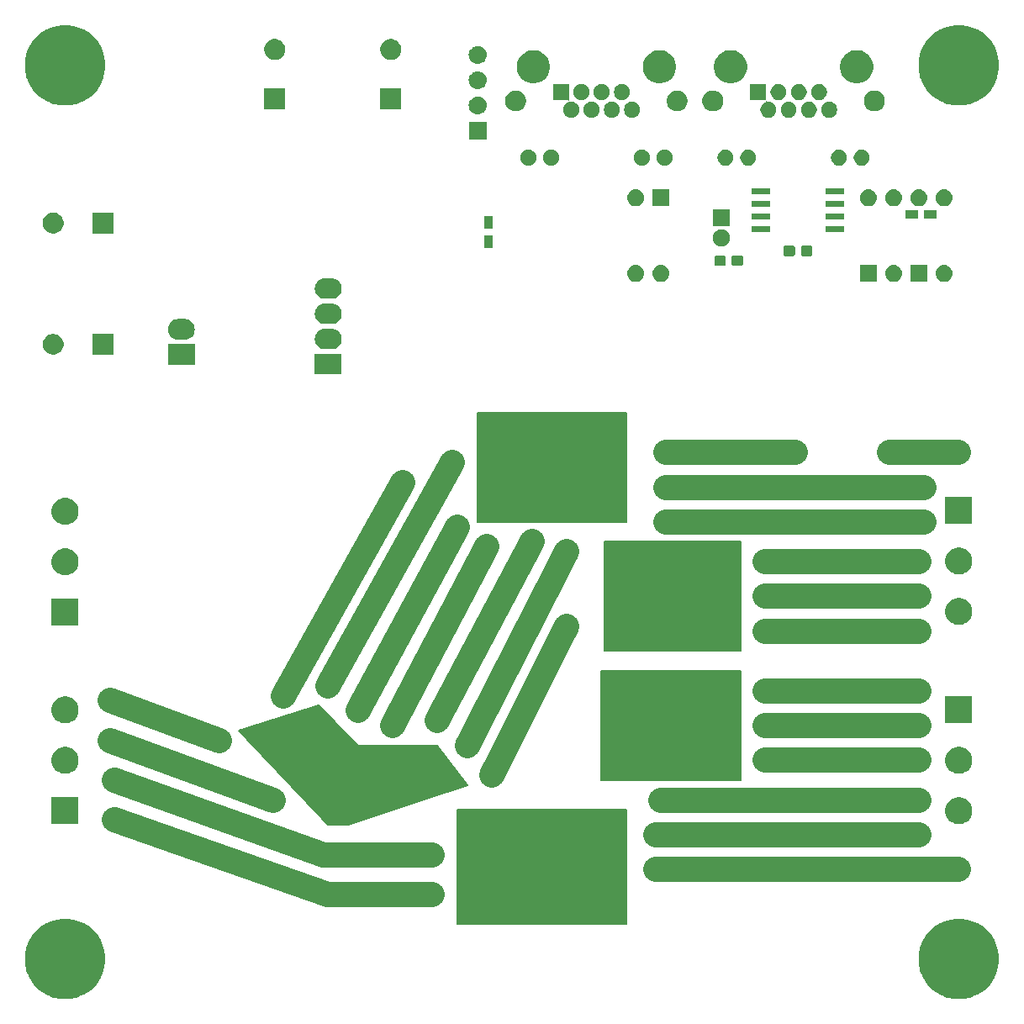
<source format=gbr>
From ca0439cb8ea63e2e1fbd19873b1540b177e31df7 Mon Sep 17 00:00:00 2001
From: jaseg <git@jaseg.net>
Date: Sat, 2 Feb 2019 13:26:25 +0900
Subject: driver: add export w/ artwork

---
 driver/gerber.out/driver-B.Mask.gbr | 3335 +++++++++++++++++++++++++++++++++++
 1 file changed, 3335 insertions(+)
 create mode 100644 driver/gerber.out/driver-B.Mask.gbr

(limited to 'driver/gerber.out/driver-B.Mask.gbr')

diff --git a/driver/gerber.out/driver-B.Mask.gbr b/driver/gerber.out/driver-B.Mask.gbr
new file mode 100644
index 0000000..380b2c2
--- /dev/null
+++ b/driver/gerber.out/driver-B.Mask.gbr
@@ -0,0 +1,3335 @@
+G04 #@! TF.GenerationSoftware,KiCad,Pcbnew,(5.0.1)*
+G04 #@! TF.CreationDate,2019-02-02T10:43:19+09:00*
+G04 #@! TF.ProjectId,driver,6472697665722E6B696361645F706362,rev?*
+G04 #@! TF.SameCoordinates,Original*
+G04 #@! TF.FileFunction,Soldermask,Bot*
+G04 #@! TF.FilePolarity,Negative*
+%FSLAX46Y46*%
+G04 Gerber Fmt 4.6, Leading zero omitted, Abs format (unit mm)*
+G04 Created by KiCad (PCBNEW (5.0.1)) date Sat Feb  2 10:43:19 2019*
+%MOMM*%
+%LPD*%
+G01*
+G04 APERTURE LIST*
+%ADD10C,2.500000*%
+%ADD11C,0.150000*%
+%ADD12C,0.100000*%
+G04 APERTURE END LIST*
+D10*
+X112000000Y-143500000D02*
+X101500000Y-143500000D01*
+X112000000Y-139500000D02*
+X101000000Y-139500000D01*
+X101500000Y-143500000D02*
+X80000000Y-136000000D01*
+X101000000Y-139500000D02*
+X80000000Y-132000000D01*
+X96000000Y-134000000D02*
+X79500000Y-128000000D01*
+X90500000Y-128000000D02*
+X79500000Y-124000000D01*
+X158000000Y-99000000D02*
+X165000000Y-99000000D01*
+X125500000Y-116500000D02*
+X118000000Y-131500000D01*
+X109000000Y-102000000D02*
+X97000000Y-123500000D01*
+X101500000Y-122500000D02*
+X114000000Y-100000000D01*
+X114500000Y-106500000D02*
+X104500000Y-125000000D01*
+X117500000Y-108500000D02*
+X108000000Y-126500000D01*
+X122000000Y-108000000D02*
+X112500000Y-126000000D01*
+X125500000Y-109000000D02*
+X115500000Y-128500000D01*
+X135500000Y-99000000D02*
+X148500000Y-99000000D01*
+X135500000Y-102500000D02*
+X161500000Y-102500000D01*
+X135500000Y-106000000D02*
+X161500000Y-106000000D01*
+X145500000Y-110000000D02*
+X161000000Y-110000000D01*
+X145500000Y-113500000D02*
+X161000000Y-113500000D01*
+X145500000Y-117000000D02*
+X161000000Y-117000000D01*
+X134500000Y-141000000D02*
+X165000000Y-141000000D01*
+X134500000Y-137500000D02*
+X161000000Y-137500000D01*
+X135000000Y-134000000D02*
+X161000000Y-134000000D01*
+X145500000Y-130000000D02*
+X161000000Y-130000000D01*
+X145500000Y-126500000D02*
+X161000000Y-126500000D01*
+X145500000Y-123000000D02*
+X161000000Y-123000000D01*
+D11*
+G36*
+X92500000Y-127000000D02*
+X101500000Y-136500000D01*
+X103500000Y-136500000D01*
+X115500000Y-132500000D01*
+X112500000Y-128500000D01*
+X104500000Y-128500000D01*
+X100500000Y-124500000D01*
+X92500000Y-127000000D01*
+G37*
+X92500000Y-127000000D02*
+X101500000Y-136500000D01*
+X103500000Y-136500000D01*
+X115500000Y-132500000D01*
+X112500000Y-128500000D01*
+X104500000Y-128500000D01*
+X100500000Y-124500000D01*
+X92500000Y-127000000D01*
+G36*
+X114500000Y-135000000D02*
+X114500000Y-146500000D01*
+X131500000Y-146500000D01*
+X131500000Y-135000000D01*
+X130500000Y-135000000D01*
+X114500000Y-135000000D01*
+G37*
+X114500000Y-135000000D02*
+X114500000Y-146500000D01*
+X131500000Y-146500000D01*
+X131500000Y-135000000D01*
+X130500000Y-135000000D01*
+X114500000Y-135000000D01*
+G36*
+X143000000Y-121000000D02*
+X143000000Y-132000000D01*
+X129000000Y-132000000D01*
+X129000000Y-121000000D01*
+X143000000Y-121000000D01*
+G37*
+X143000000Y-121000000D02*
+X143000000Y-132000000D01*
+X129000000Y-132000000D01*
+X129000000Y-121000000D01*
+X143000000Y-121000000D01*
+G36*
+X131500000Y-106000000D02*
+X131500000Y-95000000D01*
+X116500000Y-95000000D01*
+X116500000Y-106000000D01*
+X131500000Y-106000000D01*
+G37*
+X131500000Y-106000000D02*
+X131500000Y-95000000D01*
+X116500000Y-95000000D01*
+X116500000Y-106000000D01*
+X131500000Y-106000000D01*
+G36*
+X129300000Y-108000000D02*
+X143000000Y-108000000D01*
+X143000000Y-119000000D01*
+X129300000Y-119000000D01*
+X129300000Y-108000000D01*
+G37*
+X129300000Y-108000000D02*
+X143000000Y-108000000D01*
+X143000000Y-119000000D01*
+X129300000Y-119000000D01*
+X129300000Y-108000000D01*
+D12*
+G36*
+X166181632Y-146104677D02*
+X166613495Y-146283561D01*
+X166918868Y-146410050D01*
+X167577889Y-146850394D01*
+X167582365Y-146853385D01*
+X168146615Y-147417635D01*
+X168146617Y-147417638D01*
+X168589950Y-148081132D01*
+X168589950Y-148081133D01*
+X168895323Y-148818368D01*
+X169051000Y-149601010D01*
+X169051000Y-150398990D01*
+X168895323Y-151181632D01*
+X168716439Y-151613495D01*
+X168589950Y-151918868D01*
+X168149606Y-152577889D01*
+X168146615Y-152582365D01*
+X167582365Y-153146615D01*
+X167582362Y-153146617D01*
+X166918868Y-153589950D01*
+X166613495Y-153716439D01*
+X166181632Y-153895323D01*
+X165398990Y-154051000D01*
+X164601010Y-154051000D01*
+X163818368Y-153895323D01*
+X163386505Y-153716439D01*
+X163081132Y-153589950D01*
+X162417638Y-153146617D01*
+X162417635Y-153146615D01*
+X161853385Y-152582365D01*
+X161850394Y-152577889D01*
+X161410050Y-151918868D01*
+X161283561Y-151613495D01*
+X161104677Y-151181632D01*
+X160949000Y-150398990D01*
+X160949000Y-149601010D01*
+X161104677Y-148818368D01*
+X161410050Y-148081133D01*
+X161410050Y-148081132D01*
+X161853383Y-147417638D01*
+X161853385Y-147417635D01*
+X162417635Y-146853385D01*
+X162422111Y-146850394D01*
+X163081132Y-146410050D01*
+X163386505Y-146283561D01*
+X163818368Y-146104677D01*
+X164601010Y-145949000D01*
+X165398990Y-145949000D01*
+X166181632Y-146104677D01*
+X166181632Y-146104677D01*
+G37*
+G36*
+X76181632Y-146104677D02*
+X76613495Y-146283561D01*
+X76918868Y-146410050D01*
+X77577889Y-146850394D01*
+X77582365Y-146853385D01*
+X78146615Y-147417635D01*
+X78146617Y-147417638D01*
+X78589950Y-148081132D01*
+X78589950Y-148081133D01*
+X78895323Y-148818368D01*
+X79051000Y-149601010D01*
+X79051000Y-150398990D01*
+X78895323Y-151181632D01*
+X78716439Y-151613495D01*
+X78589950Y-151918868D01*
+X78149606Y-152577889D01*
+X78146615Y-152582365D01*
+X77582365Y-153146615D01*
+X77582362Y-153146617D01*
+X76918868Y-153589950D01*
+X76613495Y-153716439D01*
+X76181632Y-153895323D01*
+X75398990Y-154051000D01*
+X74601010Y-154051000D01*
+X73818368Y-153895323D01*
+X73386505Y-153716439D01*
+X73081132Y-153589950D01*
+X72417638Y-153146617D01*
+X72417635Y-153146615D01*
+X71853385Y-152582365D01*
+X71850394Y-152577889D01*
+X71410050Y-151918868D01*
+X71283561Y-151613495D01*
+X71104677Y-151181632D01*
+X70949000Y-150398990D01*
+X70949000Y-149601010D01*
+X71104677Y-148818368D01*
+X71410050Y-148081133D01*
+X71410050Y-148081132D01*
+X71853383Y-147417638D01*
+X71853385Y-147417635D01*
+X72417635Y-146853385D01*
+X72422111Y-146850394D01*
+X73081132Y-146410050D01*
+X73386505Y-146283561D01*
+X73818368Y-146104677D01*
+X74601010Y-145949000D01*
+X75398990Y-145949000D01*
+X76181632Y-146104677D01*
+X76181632Y-146104677D01*
+G37*
+G36*
+X165263567Y-133754959D02*
+X165394072Y-133780918D01*
+X165639939Y-133882759D01*
+X165860464Y-134030110D01*
+X165861215Y-134030612D01*
+X166049388Y-134218785D01*
+X166049390Y-134218788D01*
+X166197241Y-134440061D01*
+X166299082Y-134685928D01*
+X166351000Y-134946938D01*
+X166351000Y-135213062D01*
+X166299082Y-135474072D01*
+X166197241Y-135719939D01*
+X166049890Y-135940464D01*
+X166049388Y-135941215D01*
+X165861215Y-136129388D01*
+X165861212Y-136129390D01*
+X165639939Y-136277241D01*
+X165394072Y-136379082D01*
+X165263567Y-136405041D01*
+X165133063Y-136431000D01*
+X164866937Y-136431000D01*
+X164736433Y-136405041D01*
+X164605928Y-136379082D01*
+X164360061Y-136277241D01*
+X164138788Y-136129390D01*
+X164138785Y-136129388D01*
+X163950612Y-135941215D01*
+X163950110Y-135940464D01*
+X163802759Y-135719939D01*
+X163700918Y-135474072D01*
+X163649000Y-135213062D01*
+X163649000Y-134946938D01*
+X163700918Y-134685928D01*
+X163802759Y-134440061D01*
+X163950610Y-134218788D01*
+X163950612Y-134218785D01*
+X164138785Y-134030612D01*
+X164139536Y-134030110D01*
+X164360061Y-133882759D01*
+X164605928Y-133780918D01*
+X164736433Y-133754959D01*
+X164866937Y-133729000D01*
+X165133063Y-133729000D01*
+X165263567Y-133754959D01*
+X165263567Y-133754959D01*
+G37*
+G36*
+X76351000Y-136431000D02*
+X73649000Y-136431000D01*
+X73649000Y-133729000D01*
+X76351000Y-133729000D01*
+X76351000Y-136431000D01*
+X76351000Y-136431000D01*
+G37*
+G36*
+X165263567Y-128674959D02*
+X165394072Y-128700918D01*
+X165639939Y-128802759D01*
+X165860464Y-128950110D01*
+X165861215Y-128950612D01*
+X166049388Y-129138785D01*
+X166049390Y-129138788D01*
+X166197241Y-129360061D01*
+X166299082Y-129605928D01*
+X166351000Y-129866938D01*
+X166351000Y-130133062D01*
+X166299082Y-130394072D01*
+X166197241Y-130639939D01*
+X166049890Y-130860464D01*
+X166049388Y-130861215D01*
+X165861215Y-131049388D01*
+X165861212Y-131049390D01*
+X165639939Y-131197241D01*
+X165394072Y-131299082D01*
+X165263567Y-131325041D01*
+X165133063Y-131351000D01*
+X164866937Y-131351000D01*
+X164736433Y-131325041D01*
+X164605928Y-131299082D01*
+X164360061Y-131197241D01*
+X164138788Y-131049390D01*
+X164138785Y-131049388D01*
+X163950612Y-130861215D01*
+X163950110Y-130860464D01*
+X163802759Y-130639939D01*
+X163700918Y-130394072D01*
+X163649000Y-130133062D01*
+X163649000Y-129866938D01*
+X163700918Y-129605928D01*
+X163802759Y-129360061D01*
+X163950610Y-129138788D01*
+X163950612Y-129138785D01*
+X164138785Y-128950612D01*
+X164139536Y-128950110D01*
+X164360061Y-128802759D01*
+X164605928Y-128700918D01*
+X164736433Y-128674959D01*
+X164866937Y-128649000D01*
+X165133063Y-128649000D01*
+X165263567Y-128674959D01*
+X165263567Y-128674959D01*
+G37*
+G36*
+X75263567Y-128674959D02*
+X75394072Y-128700918D01*
+X75639939Y-128802759D01*
+X75860464Y-128950110D01*
+X75861215Y-128950612D01*
+X76049388Y-129138785D01*
+X76049390Y-129138788D01*
+X76197241Y-129360061D01*
+X76299082Y-129605928D01*
+X76351000Y-129866938D01*
+X76351000Y-130133062D01*
+X76299082Y-130394072D01*
+X76197241Y-130639939D01*
+X76049890Y-130860464D01*
+X76049388Y-130861215D01*
+X75861215Y-131049388D01*
+X75861212Y-131049390D01*
+X75639939Y-131197241D01*
+X75394072Y-131299082D01*
+X75263567Y-131325041D01*
+X75133063Y-131351000D01*
+X74866937Y-131351000D01*
+X74736433Y-131325041D01*
+X74605928Y-131299082D01*
+X74360061Y-131197241D01*
+X74138788Y-131049390D01*
+X74138785Y-131049388D01*
+X73950612Y-130861215D01*
+X73950110Y-130860464D01*
+X73802759Y-130639939D01*
+X73700918Y-130394072D01*
+X73649000Y-130133062D01*
+X73649000Y-129866938D01*
+X73700918Y-129605928D01*
+X73802759Y-129360061D01*
+X73950610Y-129138788D01*
+X73950612Y-129138785D01*
+X74138785Y-128950612D01*
+X74139536Y-128950110D01*
+X74360061Y-128802759D01*
+X74605928Y-128700918D01*
+X74736433Y-128674959D01*
+X74866937Y-128649000D01*
+X75133063Y-128649000D01*
+X75263567Y-128674959D01*
+X75263567Y-128674959D01*
+G37*
+G36*
+X75263567Y-123594959D02*
+X75394072Y-123620918D01*
+X75639939Y-123722759D01*
+X75860464Y-123870110D01*
+X75861215Y-123870612D01*
+X76049388Y-124058785D01*
+X76049390Y-124058788D01*
+X76197241Y-124280061D01*
+X76299082Y-124525928D01*
+X76351000Y-124786938D01*
+X76351000Y-125053062D01*
+X76299082Y-125314072D01*
+X76197241Y-125559939D01*
+X76049890Y-125780464D01*
+X76049388Y-125781215D01*
+X75861215Y-125969388D01*
+X75861212Y-125969390D01*
+X75639939Y-126117241D01*
+X75394072Y-126219082D01*
+X75263567Y-126245041D01*
+X75133063Y-126271000D01*
+X74866937Y-126271000D01*
+X74736433Y-126245041D01*
+X74605928Y-126219082D01*
+X74360061Y-126117241D01*
+X74138788Y-125969390D01*
+X74138785Y-125969388D01*
+X73950612Y-125781215D01*
+X73950110Y-125780464D01*
+X73802759Y-125559939D01*
+X73700918Y-125314072D01*
+X73649000Y-125053062D01*
+X73649000Y-124786938D01*
+X73700918Y-124525928D01*
+X73802759Y-124280061D01*
+X73950610Y-124058788D01*
+X73950612Y-124058785D01*
+X74138785Y-123870612D01*
+X74139536Y-123870110D01*
+X74360061Y-123722759D01*
+X74605928Y-123620918D01*
+X74736433Y-123594959D01*
+X74866937Y-123569000D01*
+X75133063Y-123569000D01*
+X75263567Y-123594959D01*
+X75263567Y-123594959D01*
+G37*
+G36*
+X166351000Y-126271000D02*
+X163649000Y-126271000D01*
+X163649000Y-123569000D01*
+X166351000Y-123569000D01*
+X166351000Y-126271000D01*
+X166351000Y-126271000D01*
+G37*
+G36*
+X76351000Y-116431000D02*
+X73649000Y-116431000D01*
+X73649000Y-113729000D01*
+X76351000Y-113729000D01*
+X76351000Y-116431000D01*
+X76351000Y-116431000D01*
+G37*
+G36*
+X165263567Y-113674959D02*
+X165394072Y-113700918D01*
+X165639939Y-113802759D01*
+X165860464Y-113950110D01*
+X165861215Y-113950612D01*
+X166049388Y-114138785D01*
+X166049390Y-114138788D01*
+X166197241Y-114360061D01*
+X166299082Y-114605928D01*
+X166351000Y-114866938D01*
+X166351000Y-115133062D01*
+X166299082Y-115394072D01*
+X166197241Y-115639939D01*
+X166049890Y-115860464D01*
+X166049388Y-115861215D01*
+X165861215Y-116049388D01*
+X165861212Y-116049390D01*
+X165639939Y-116197241D01*
+X165394072Y-116299082D01*
+X165263567Y-116325041D01*
+X165133063Y-116351000D01*
+X164866937Y-116351000D01*
+X164736433Y-116325041D01*
+X164605928Y-116299082D01*
+X164360061Y-116197241D01*
+X164138788Y-116049390D01*
+X164138785Y-116049388D01*
+X163950612Y-115861215D01*
+X163950110Y-115860464D01*
+X163802759Y-115639939D01*
+X163700918Y-115394072D01*
+X163649000Y-115133062D01*
+X163649000Y-114866938D01*
+X163700918Y-114605928D01*
+X163802759Y-114360061D01*
+X163950610Y-114138788D01*
+X163950612Y-114138785D01*
+X164138785Y-113950612D01*
+X164139536Y-113950110D01*
+X164360061Y-113802759D01*
+X164605928Y-113700918D01*
+X164736433Y-113674959D01*
+X164866937Y-113649000D01*
+X165133063Y-113649000D01*
+X165263567Y-113674959D01*
+X165263567Y-113674959D01*
+G37*
+G36*
+X75263567Y-108674959D02*
+X75394072Y-108700918D01*
+X75639939Y-108802759D01*
+X75860464Y-108950110D01*
+X75861215Y-108950612D01*
+X76049388Y-109138785D01*
+X76049390Y-109138788D01*
+X76197241Y-109360061D01*
+X76299082Y-109605928D01*
+X76351000Y-109866938D01*
+X76351000Y-110133062D01*
+X76299082Y-110394072D01*
+X76197241Y-110639939D01*
+X76049890Y-110860464D01*
+X76049388Y-110861215D01*
+X75861215Y-111049388D01*
+X75861212Y-111049390D01*
+X75639939Y-111197241D01*
+X75394072Y-111299082D01*
+X75263567Y-111325041D01*
+X75133063Y-111351000D01*
+X74866937Y-111351000D01*
+X74736433Y-111325041D01*
+X74605928Y-111299082D01*
+X74360061Y-111197241D01*
+X74138788Y-111049390D01*
+X74138785Y-111049388D01*
+X73950612Y-110861215D01*
+X73950110Y-110860464D01*
+X73802759Y-110639939D01*
+X73700918Y-110394072D01*
+X73649000Y-110133062D01*
+X73649000Y-109866938D01*
+X73700918Y-109605928D01*
+X73802759Y-109360061D01*
+X73950610Y-109138788D01*
+X73950612Y-109138785D01*
+X74138785Y-108950612D01*
+X74139536Y-108950110D01*
+X74360061Y-108802759D01*
+X74605928Y-108700918D01*
+X74736433Y-108674959D01*
+X74866937Y-108649000D01*
+X75133063Y-108649000D01*
+X75263567Y-108674959D01*
+X75263567Y-108674959D01*
+G37*
+G36*
+X165263567Y-108594959D02*
+X165394072Y-108620918D01*
+X165639939Y-108722759D01*
+X165860464Y-108870110D01*
+X165861215Y-108870612D01*
+X166049388Y-109058785D01*
+X166049390Y-109058788D01*
+X166197241Y-109280061D01*
+X166299082Y-109525928D01*
+X166351000Y-109786938D01*
+X166351000Y-110053062D01*
+X166299082Y-110314072D01*
+X166197241Y-110559939D01*
+X166049890Y-110780464D01*
+X166049388Y-110781215D01*
+X165861215Y-110969388D01*
+X165861212Y-110969390D01*
+X165639939Y-111117241D01*
+X165394072Y-111219082D01*
+X165263567Y-111245041D01*
+X165133063Y-111271000D01*
+X164866937Y-111271000D01*
+X164736433Y-111245041D01*
+X164605928Y-111219082D01*
+X164360061Y-111117241D01*
+X164138788Y-110969390D01*
+X164138785Y-110969388D01*
+X163950612Y-110781215D01*
+X163950110Y-110780464D01*
+X163802759Y-110559939D01*
+X163700918Y-110314072D01*
+X163649000Y-110053062D01*
+X163649000Y-109786938D01*
+X163700918Y-109525928D01*
+X163802759Y-109280061D01*
+X163950610Y-109058788D01*
+X163950612Y-109058785D01*
+X164138785Y-108870612D01*
+X164139536Y-108870110D01*
+X164360061Y-108722759D01*
+X164605928Y-108620918D01*
+X164736433Y-108594959D01*
+X164866937Y-108569000D01*
+X165133063Y-108569000D01*
+X165263567Y-108594959D01*
+X165263567Y-108594959D01*
+G37*
+G36*
+X75263567Y-103594959D02*
+X75394072Y-103620918D01*
+X75639939Y-103722759D01*
+X75860464Y-103870110D01*
+X75861215Y-103870612D01*
+X76049388Y-104058785D01*
+X76049390Y-104058788D01*
+X76197241Y-104280061D01*
+X76299082Y-104525928D01*
+X76351000Y-104786938D01*
+X76351000Y-105053062D01*
+X76299082Y-105314072D01*
+X76197241Y-105559939D01*
+X76049890Y-105780464D01*
+X76049388Y-105781215D01*
+X75861215Y-105969388D01*
+X75861212Y-105969390D01*
+X75639939Y-106117241D01*
+X75394072Y-106219082D01*
+X75263567Y-106245041D01*
+X75133063Y-106271000D01*
+X74866937Y-106271000D01*
+X74736433Y-106245041D01*
+X74605928Y-106219082D01*
+X74360061Y-106117241D01*
+X74138788Y-105969390D01*
+X74138785Y-105969388D01*
+X73950612Y-105781215D01*
+X73950110Y-105780464D01*
+X73802759Y-105559939D01*
+X73700918Y-105314072D01*
+X73649000Y-105053062D01*
+X73649000Y-104786938D01*
+X73700918Y-104525928D01*
+X73802759Y-104280061D01*
+X73950610Y-104058788D01*
+X73950612Y-104058785D01*
+X74138785Y-103870612D01*
+X74139536Y-103870110D01*
+X74360061Y-103722759D01*
+X74605928Y-103620918D01*
+X74736433Y-103594959D01*
+X74866937Y-103569000D01*
+X75133063Y-103569000D01*
+X75263567Y-103594959D01*
+X75263567Y-103594959D01*
+G37*
+G36*
+X166351000Y-106191000D02*
+X163649000Y-106191000D01*
+X163649000Y-103489000D01*
+X166351000Y-103489000D01*
+X166351000Y-106191000D01*
+X166351000Y-106191000D01*
+G37*
+G36*
+X102851000Y-91151000D02*
+X100149000Y-91151000D01*
+X100149000Y-89049000D01*
+X102851000Y-89049000D01*
+X102851000Y-91151000D01*
+X102851000Y-91151000D01*
+G37*
+G36*
+X88051000Y-90191000D02*
+X85349000Y-90191000D01*
+X85349000Y-88089000D01*
+X88051000Y-88089000D01*
+X88051000Y-90191000D01*
+X88051000Y-90191000D01*
+G37*
+G36*
+X79851000Y-89151000D02*
+X77749000Y-89151000D01*
+X77749000Y-87049000D01*
+X79851000Y-87049000D01*
+X79851000Y-89151000D01*
+X79851000Y-89151000D01*
+G37*
+G36*
+X74106565Y-87089389D02*
+X74297834Y-87168615D01*
+X74469976Y-87283637D01*
+X74616363Y-87430024D01*
+X74731385Y-87602166D01*
+X74810611Y-87793435D01*
+X74851000Y-87996484D01*
+X74851000Y-88203516D01*
+X74810611Y-88406565D01*
+X74731385Y-88597834D01*
+X74616363Y-88769976D01*
+X74469976Y-88916363D01*
+X74297834Y-89031385D01*
+X74106565Y-89110611D01*
+X73903516Y-89151000D01*
+X73696484Y-89151000D01*
+X73493435Y-89110611D01*
+X73302166Y-89031385D01*
+X73130024Y-88916363D01*
+X72983637Y-88769976D01*
+X72868615Y-88597834D01*
+X72789389Y-88406565D01*
+X72749000Y-88203516D01*
+X72749000Y-87996484D01*
+X72789389Y-87793435D01*
+X72868615Y-87602166D01*
+X72983637Y-87430024D01*
+X73130024Y-87283637D01*
+X73302166Y-87168615D01*
+X73493435Y-87089389D01*
+X73696484Y-87049000D01*
+X73903516Y-87049000D01*
+X74106565Y-87089389D01*
+X74106565Y-87089389D01*
+G37*
+G36*
+X101882510Y-86512041D02*
+X102006032Y-86524207D01*
+X102204146Y-86584305D01*
+X102386729Y-86681897D01*
+X102546765Y-86813235D01*
+X102678103Y-86973271D01*
+X102775695Y-87155854D01*
+X102835793Y-87353968D01*
+X102856085Y-87560000D01*
+X102835793Y-87766032D01*
+X102775695Y-87964146D01*
+X102678103Y-88146729D01*
+X102546765Y-88306765D01*
+X102386729Y-88438103D01*
+X102204146Y-88535695D01*
+X102006032Y-88595793D01*
+X101882510Y-88607959D01*
+X101851631Y-88611000D01*
+X101148369Y-88611000D01*
+X101117490Y-88607959D01*
+X100993968Y-88595793D01*
+X100795854Y-88535695D01*
+X100613271Y-88438103D01*
+X100453235Y-88306765D01*
+X100321897Y-88146729D01*
+X100224305Y-87964146D01*
+X100164207Y-87766032D01*
+X100143915Y-87560000D01*
+X100164207Y-87353968D01*
+X100224305Y-87155854D01*
+X100321897Y-86973271D01*
+X100453235Y-86813235D01*
+X100613271Y-86681897D01*
+X100795854Y-86584305D01*
+X100993968Y-86524207D01*
+X101117490Y-86512041D01*
+X101148369Y-86509000D01*
+X101851631Y-86509000D01*
+X101882510Y-86512041D01*
+X101882510Y-86512041D01*
+G37*
+G36*
+X87082510Y-85552041D02*
+X87206032Y-85564207D01*
+X87404146Y-85624305D01*
+X87586729Y-85721897D01*
+X87746765Y-85853235D01*
+X87878103Y-86013271D01*
+X87975695Y-86195854D01*
+X88035793Y-86393968D01*
+X88056085Y-86600000D01*
+X88035793Y-86806032D01*
+X87975695Y-87004146D01*
+X87878103Y-87186729D01*
+X87746765Y-87346765D01*
+X87586729Y-87478103D01*
+X87404146Y-87575695D01*
+X87206032Y-87635793D01*
+X87082510Y-87647959D01*
+X87051631Y-87651000D01*
+X86348369Y-87651000D01*
+X86317490Y-87647959D01*
+X86193968Y-87635793D01*
+X85995854Y-87575695D01*
+X85813271Y-87478103D01*
+X85653235Y-87346765D01*
+X85521897Y-87186729D01*
+X85424305Y-87004146D01*
+X85364207Y-86806032D01*
+X85343915Y-86600000D01*
+X85364207Y-86393968D01*
+X85424305Y-86195854D01*
+X85521897Y-86013271D01*
+X85653235Y-85853235D01*
+X85813271Y-85721897D01*
+X85995854Y-85624305D01*
+X86193968Y-85564207D01*
+X86317490Y-85552041D01*
+X86348369Y-85549000D01*
+X87051631Y-85549000D01*
+X87082510Y-85552041D01*
+X87082510Y-85552041D01*
+G37*
+G36*
+X101882510Y-83972041D02*
+X102006032Y-83984207D01*
+X102204146Y-84044305D01*
+X102386729Y-84141897D01*
+X102546765Y-84273235D01*
+X102678103Y-84433271D01*
+X102775695Y-84615854D01*
+X102835793Y-84813968D01*
+X102856085Y-85020000D01*
+X102835793Y-85226032D01*
+X102775695Y-85424146D01*
+X102678103Y-85606729D01*
+X102546765Y-85766765D01*
+X102386729Y-85898103D01*
+X102204146Y-85995695D01*
+X102006032Y-86055793D01*
+X101882510Y-86067959D01*
+X101851631Y-86071000D01*
+X101148369Y-86071000D01*
+X101117490Y-86067959D01*
+X100993968Y-86055793D01*
+X100795854Y-85995695D01*
+X100613271Y-85898103D01*
+X100453235Y-85766765D01*
+X100321897Y-85606729D01*
+X100224305Y-85424146D01*
+X100164207Y-85226032D01*
+X100143915Y-85020000D01*
+X100164207Y-84813968D01*
+X100224305Y-84615854D01*
+X100321897Y-84433271D01*
+X100453235Y-84273235D01*
+X100613271Y-84141897D01*
+X100795854Y-84044305D01*
+X100993968Y-83984207D01*
+X101117490Y-83972041D01*
+X101148369Y-83969000D01*
+X101851631Y-83969000D01*
+X101882510Y-83972041D01*
+X101882510Y-83972041D01*
+G37*
+G36*
+X101882510Y-81432041D02*
+X102006032Y-81444207D01*
+X102204146Y-81504305D01*
+X102386729Y-81601897D01*
+X102546765Y-81733235D01*
+X102678103Y-81893271D01*
+X102775695Y-82075854D01*
+X102835793Y-82273968D01*
+X102856085Y-82480000D01*
+X102835793Y-82686032D01*
+X102775695Y-82884146D01*
+X102678103Y-83066729D01*
+X102546765Y-83226765D01*
+X102386729Y-83358103D01*
+X102204146Y-83455695D01*
+X102006032Y-83515793D01*
+X101882510Y-83527959D01*
+X101851631Y-83531000D01*
+X101148369Y-83531000D01*
+X101117490Y-83527959D01*
+X100993968Y-83515793D01*
+X100795854Y-83455695D01*
+X100613271Y-83358103D01*
+X100453235Y-83226765D01*
+X100321897Y-83066729D01*
+X100224305Y-82884146D01*
+X100164207Y-82686032D01*
+X100143915Y-82480000D01*
+X100164207Y-82273968D01*
+X100224305Y-82075854D01*
+X100321897Y-81893271D01*
+X100453235Y-81733235D01*
+X100613271Y-81601897D01*
+X100795854Y-81504305D01*
+X100993968Y-81444207D01*
+X101117490Y-81432041D01*
+X101148369Y-81429000D01*
+X101851631Y-81429000D01*
+X101882510Y-81432041D01*
+X101882510Y-81432041D01*
+G37*
+G36*
+X132626821Y-80131313D02*
+X132626824Y-80131314D01*
+X132626825Y-80131314D01*
+X132787239Y-80179975D01*
+X132787241Y-80179976D01*
+X132787244Y-80179977D01*
+X132935078Y-80258995D01*
+X133064659Y-80365341D01*
+X133171005Y-80494922D01*
+X133250023Y-80642756D01*
+X133298687Y-80803179D01*
+X133315117Y-80970000D01*
+X133298687Y-81136821D01*
+X133250023Y-81297244D01*
+X133171005Y-81445078D01*
+X133064659Y-81574659D01*
+X132935078Y-81681005D01*
+X132787244Y-81760023D01*
+X132787241Y-81760024D01*
+X132787239Y-81760025D01*
+X132626825Y-81808686D01*
+X132626824Y-81808686D01*
+X132626821Y-81808687D01*
+X132501804Y-81821000D01*
+X132418196Y-81821000D01*
+X132293179Y-81808687D01*
+X132293176Y-81808686D01*
+X132293175Y-81808686D01*
+X132132761Y-81760025D01*
+X132132759Y-81760024D01*
+X132132756Y-81760023D01*
+X131984922Y-81681005D01*
+X131855341Y-81574659D01*
+X131748995Y-81445078D01*
+X131669977Y-81297244D01*
+X131621313Y-81136821D01*
+X131604883Y-80970000D01*
+X131621313Y-80803179D01*
+X131669977Y-80642756D01*
+X131748995Y-80494922D01*
+X131855341Y-80365341D01*
+X131984922Y-80258995D01*
+X132132756Y-80179977D01*
+X132132759Y-80179976D01*
+X132132761Y-80179975D01*
+X132293175Y-80131314D01*
+X132293176Y-80131314D01*
+X132293179Y-80131313D01*
+X132418196Y-80119000D01*
+X132501804Y-80119000D01*
+X132626821Y-80131313D01*
+X132626821Y-80131313D01*
+G37*
+G36*
+X135166821Y-80131313D02*
+X135166824Y-80131314D01*
+X135166825Y-80131314D01*
+X135327239Y-80179975D01*
+X135327241Y-80179976D01*
+X135327244Y-80179977D01*
+X135475078Y-80258995D01*
+X135604659Y-80365341D01*
+X135711005Y-80494922D01*
+X135790023Y-80642756D01*
+X135838687Y-80803179D01*
+X135855117Y-80970000D01*
+X135838687Y-81136821D01*
+X135790023Y-81297244D01*
+X135711005Y-81445078D01*
+X135604659Y-81574659D01*
+X135475078Y-81681005D01*
+X135327244Y-81760023D01*
+X135327241Y-81760024D01*
+X135327239Y-81760025D01*
+X135166825Y-81808686D01*
+X135166824Y-81808686D01*
+X135166821Y-81808687D01*
+X135041804Y-81821000D01*
+X134958196Y-81821000D01*
+X134833179Y-81808687D01*
+X134833176Y-81808686D01*
+X134833175Y-81808686D01*
+X134672761Y-81760025D01*
+X134672759Y-81760024D01*
+X134672756Y-81760023D01*
+X134524922Y-81681005D01*
+X134395341Y-81574659D01*
+X134288995Y-81445078D01*
+X134209977Y-81297244D01*
+X134161313Y-81136821D01*
+X134144883Y-80970000D01*
+X134161313Y-80803179D01*
+X134209977Y-80642756D01*
+X134288995Y-80494922D01*
+X134395341Y-80365341D01*
+X134524922Y-80258995D01*
+X134672756Y-80179977D01*
+X134672759Y-80179976D01*
+X134672761Y-80179975D01*
+X134833175Y-80131314D01*
+X134833176Y-80131314D01*
+X134833179Y-80131313D01*
+X134958196Y-80119000D01*
+X135041804Y-80119000D01*
+X135166821Y-80131313D01*
+X135166821Y-80131313D01*
+G37*
+G36*
+X156741000Y-81821000D02*
+X155039000Y-81821000D01*
+X155039000Y-80119000D01*
+X156741000Y-80119000D01*
+X156741000Y-81821000D01*
+X156741000Y-81821000D01*
+G37*
+G36*
+X163676821Y-80131313D02*
+X163676824Y-80131314D01*
+X163676825Y-80131314D01*
+X163837239Y-80179975D01*
+X163837241Y-80179976D01*
+X163837244Y-80179977D01*
+X163985078Y-80258995D01*
+X164114659Y-80365341D01*
+X164221005Y-80494922D01*
+X164300023Y-80642756D01*
+X164348687Y-80803179D01*
+X164365117Y-80970000D01*
+X164348687Y-81136821D01*
+X164300023Y-81297244D01*
+X164221005Y-81445078D01*
+X164114659Y-81574659D01*
+X163985078Y-81681005D01*
+X163837244Y-81760023D01*
+X163837241Y-81760024D01*
+X163837239Y-81760025D01*
+X163676825Y-81808686D01*
+X163676824Y-81808686D01*
+X163676821Y-81808687D01*
+X163551804Y-81821000D01*
+X163468196Y-81821000D01*
+X163343179Y-81808687D01*
+X163343176Y-81808686D01*
+X163343175Y-81808686D01*
+X163182761Y-81760025D01*
+X163182759Y-81760024D01*
+X163182756Y-81760023D01*
+X163034922Y-81681005D01*
+X162905341Y-81574659D01*
+X162798995Y-81445078D01*
+X162719977Y-81297244D01*
+X162671313Y-81136821D01*
+X162654883Y-80970000D01*
+X162671313Y-80803179D01*
+X162719977Y-80642756D01*
+X162798995Y-80494922D01*
+X162905341Y-80365341D01*
+X163034922Y-80258995D01*
+X163182756Y-80179977D01*
+X163182759Y-80179976D01*
+X163182761Y-80179975D01*
+X163343175Y-80131314D01*
+X163343176Y-80131314D01*
+X163343179Y-80131313D01*
+X163468196Y-80119000D01*
+X163551804Y-80119000D01*
+X163676821Y-80131313D01*
+X163676821Y-80131313D01*
+G37*
+G36*
+X161821000Y-81821000D02*
+X160119000Y-81821000D01*
+X160119000Y-80119000D01*
+X161821000Y-80119000D01*
+X161821000Y-81821000D01*
+X161821000Y-81821000D01*
+G37*
+G36*
+X158596821Y-80131313D02*
+X158596824Y-80131314D01*
+X158596825Y-80131314D01*
+X158757239Y-80179975D01*
+X158757241Y-80179976D01*
+X158757244Y-80179977D01*
+X158905078Y-80258995D01*
+X159034659Y-80365341D01*
+X159141005Y-80494922D01*
+X159220023Y-80642756D01*
+X159268687Y-80803179D01*
+X159285117Y-80970000D01*
+X159268687Y-81136821D01*
+X159220023Y-81297244D01*
+X159141005Y-81445078D01*
+X159034659Y-81574659D01*
+X158905078Y-81681005D01*
+X158757244Y-81760023D01*
+X158757241Y-81760024D01*
+X158757239Y-81760025D01*
+X158596825Y-81808686D01*
+X158596824Y-81808686D01*
+X158596821Y-81808687D01*
+X158471804Y-81821000D01*
+X158388196Y-81821000D01*
+X158263179Y-81808687D01*
+X158263176Y-81808686D01*
+X158263175Y-81808686D01*
+X158102761Y-81760025D01*
+X158102759Y-81760024D01*
+X158102756Y-81760023D01*
+X157954922Y-81681005D01*
+X157825341Y-81574659D01*
+X157718995Y-81445078D01*
+X157639977Y-81297244D01*
+X157591313Y-81136821D01*
+X157574883Y-80970000D01*
+X157591313Y-80803179D01*
+X157639977Y-80642756D01*
+X157718995Y-80494922D01*
+X157825341Y-80365341D01*
+X157954922Y-80258995D01*
+X158102756Y-80179977D01*
+X158102759Y-80179976D01*
+X158102761Y-80179975D01*
+X158263175Y-80131314D01*
+X158263176Y-80131314D01*
+X158263179Y-80131313D01*
+X158388196Y-80119000D01*
+X158471804Y-80119000D01*
+X158596821Y-80131313D01*
+X158596821Y-80131313D01*
+G37*
+G36*
+X141363880Y-79163694D02*
+X141401374Y-79175068D01*
+X141435938Y-79193543D01*
+X141466228Y-79218402D01*
+X141491087Y-79248692D01*
+X141509562Y-79283256D01*
+X141520936Y-79320750D01*
+X141525381Y-79365887D01*
+X141525381Y-80004611D01*
+X141520936Y-80049748D01*
+X141509562Y-80087242D01*
+X141491087Y-80121806D01*
+X141466228Y-80152096D01*
+X141435938Y-80176955D01*
+X141401374Y-80195430D01*
+X141363880Y-80206804D01*
+X141318743Y-80211249D01*
+X140580019Y-80211249D01*
+X140534882Y-80206804D01*
+X140497388Y-80195430D01*
+X140462824Y-80176955D01*
+X140432534Y-80152096D01*
+X140407675Y-80121806D01*
+X140389200Y-80087242D01*
+X140377826Y-80049748D01*
+X140373381Y-80004611D01*
+X140373381Y-79365887D01*
+X140377826Y-79320750D01*
+X140389200Y-79283256D01*
+X140407675Y-79248692D01*
+X140432534Y-79218402D01*
+X140462824Y-79193543D01*
+X140497388Y-79175068D01*
+X140534882Y-79163694D01*
+X140580019Y-79159249D01*
+X141318743Y-79159249D01*
+X141363880Y-79163694D01*
+X141363880Y-79163694D01*
+G37*
+G36*
+X143113880Y-79163694D02*
+X143151374Y-79175068D01*
+X143185938Y-79193543D01*
+X143216228Y-79218402D01*
+X143241087Y-79248692D01*
+X143259562Y-79283256D01*
+X143270936Y-79320750D01*
+X143275381Y-79365887D01*
+X143275381Y-80004611D01*
+X143270936Y-80049748D01*
+X143259562Y-80087242D01*
+X143241087Y-80121806D01*
+X143216228Y-80152096D01*
+X143185938Y-80176955D01*
+X143151374Y-80195430D01*
+X143113880Y-80206804D01*
+X143068743Y-80211249D01*
+X142330019Y-80211249D01*
+X142284882Y-80206804D01*
+X142247388Y-80195430D01*
+X142212824Y-80176955D01*
+X142182534Y-80152096D01*
+X142157675Y-80121806D01*
+X142139200Y-80087242D01*
+X142127826Y-80049748D01*
+X142123381Y-80004611D01*
+X142123381Y-79365887D01*
+X142127826Y-79320750D01*
+X142139200Y-79283256D01*
+X142157675Y-79248692D01*
+X142182534Y-79218402D01*
+X142212824Y-79193543D01*
+X142247388Y-79175068D01*
+X142284882Y-79163694D01*
+X142330019Y-79159249D01*
+X143068743Y-79159249D01*
+X143113880Y-79163694D01*
+X143113880Y-79163694D01*
+G37*
+G36*
+X150089499Y-78178445D02*
+X150126993Y-78189819D01*
+X150161557Y-78208294D01*
+X150191847Y-78233153D01*
+X150216706Y-78263443D01*
+X150235181Y-78298007D01*
+X150246555Y-78335501D01*
+X150251000Y-78380638D01*
+X150251000Y-79019362D01*
+X150246555Y-79064499D01*
+X150235181Y-79101993D01*
+X150216706Y-79136557D01*
+X150191847Y-79166847D01*
+X150161557Y-79191706D01*
+X150126993Y-79210181D01*
+X150089499Y-79221555D01*
+X150044362Y-79226000D01*
+X149305638Y-79226000D01*
+X149260501Y-79221555D01*
+X149223007Y-79210181D01*
+X149188443Y-79191706D01*
+X149158153Y-79166847D01*
+X149133294Y-79136557D01*
+X149114819Y-79101993D01*
+X149103445Y-79064499D01*
+X149099000Y-79019362D01*
+X149099000Y-78380638D01*
+X149103445Y-78335501D01*
+X149114819Y-78298007D01*
+X149133294Y-78263443D01*
+X149158153Y-78233153D01*
+X149188443Y-78208294D01*
+X149223007Y-78189819D01*
+X149260501Y-78178445D01*
+X149305638Y-78174000D01*
+X150044362Y-78174000D01*
+X150089499Y-78178445D01*
+X150089499Y-78178445D01*
+G37*
+G36*
+X148339499Y-78178445D02*
+X148376993Y-78189819D01*
+X148411557Y-78208294D01*
+X148441847Y-78233153D01*
+X148466706Y-78263443D01*
+X148485181Y-78298007D01*
+X148496555Y-78335501D01*
+X148501000Y-78380638D01*
+X148501000Y-79019362D01*
+X148496555Y-79064499D01*
+X148485181Y-79101993D01*
+X148466706Y-79136557D01*
+X148441847Y-79166847D01*
+X148411557Y-79191706D01*
+X148376993Y-79210181D01*
+X148339499Y-79221555D01*
+X148294362Y-79226000D01*
+X147555638Y-79226000D01*
+X147510501Y-79221555D01*
+X147473007Y-79210181D01*
+X147438443Y-79191706D01*
+X147408153Y-79166847D01*
+X147383294Y-79136557D01*
+X147364819Y-79101993D01*
+X147353445Y-79064499D01*
+X147349000Y-79019362D01*
+X147349000Y-78380638D01*
+X147353445Y-78335501D01*
+X147364819Y-78298007D01*
+X147383294Y-78263443D01*
+X147408153Y-78233153D01*
+X147438443Y-78208294D01*
+X147473007Y-78189819D01*
+X147510501Y-78178445D01*
+X147555638Y-78174000D01*
+X148294362Y-78174000D01*
+X148339499Y-78178445D01*
+X148339499Y-78178445D01*
+G37*
+G36*
+X118026000Y-78401000D02*
+X117174000Y-78401000D01*
+X117174000Y-77099000D01*
+X118026000Y-77099000D01*
+X118026000Y-78401000D01*
+X118026000Y-78401000D01*
+G37*
+G36*
+X141347609Y-76566952D02*
+X141502481Y-76631102D01*
+X141641862Y-76724234D01*
+X141760396Y-76842768D01*
+X141853528Y-76982149D01*
+X141917678Y-77137021D01*
+X141950381Y-77301433D01*
+X141950381Y-77469065D01*
+X141917678Y-77633477D01*
+X141853528Y-77788349D01*
+X141760396Y-77927730D01*
+X141641862Y-78046264D01*
+X141502481Y-78139396D01*
+X141347609Y-78203546D01*
+X141183197Y-78236249D01*
+X141015565Y-78236249D01*
+X140851153Y-78203546D01*
+X140696281Y-78139396D01*
+X140556900Y-78046264D01*
+X140438366Y-77927730D01*
+X140345234Y-77788349D01*
+X140281084Y-77633477D01*
+X140248381Y-77469065D01*
+X140248381Y-77301433D01*
+X140281084Y-77137021D01*
+X140345234Y-76982149D01*
+X140438366Y-76842768D01*
+X140556900Y-76724234D01*
+X140696281Y-76631102D01*
+X140851153Y-76566952D01*
+X141015565Y-76534249D01*
+X141183197Y-76534249D01*
+X141347609Y-76566952D01*
+X141347609Y-76566952D01*
+G37*
+G36*
+X74106565Y-74889389D02*
+X74297834Y-74968615D01*
+X74469976Y-75083637D01*
+X74616363Y-75230024D01*
+X74731385Y-75402166D01*
+X74810611Y-75593435D01*
+X74851000Y-75796484D01*
+X74851000Y-76003516D01*
+X74810611Y-76206565D01*
+X74731385Y-76397834D01*
+X74616363Y-76569976D01*
+X74469976Y-76716363D01*
+X74297834Y-76831385D01*
+X74106565Y-76910611D01*
+X73903516Y-76951000D01*
+X73696484Y-76951000D01*
+X73493435Y-76910611D01*
+X73302166Y-76831385D01*
+X73130024Y-76716363D01*
+X72983637Y-76569976D01*
+X72868615Y-76397834D01*
+X72789389Y-76206565D01*
+X72749000Y-76003516D01*
+X72749000Y-75796484D01*
+X72789389Y-75593435D01*
+X72868615Y-75402166D01*
+X72983637Y-75230024D01*
+X73130024Y-75083637D01*
+X73302166Y-74968615D01*
+X73493435Y-74889389D01*
+X73696484Y-74849000D01*
+X73903516Y-74849000D01*
+X74106565Y-74889389D01*
+X74106565Y-74889389D01*
+G37*
+G36*
+X79851000Y-76951000D02*
+X77749000Y-76951000D01*
+X77749000Y-74849000D01*
+X79851000Y-74849000D01*
+X79851000Y-76951000D01*
+X79851000Y-76951000D01*
+G37*
+G36*
+X146026000Y-76831000D02*
+X144174000Y-76831000D01*
+X144174000Y-76179000D01*
+X146026000Y-76179000D01*
+X146026000Y-76831000D01*
+X146026000Y-76831000D01*
+G37*
+G36*
+X153426000Y-76831000D02*
+X151574000Y-76831000D01*
+X151574000Y-76179000D01*
+X153426000Y-76179000D01*
+X153426000Y-76831000D01*
+X153426000Y-76831000D01*
+G37*
+G36*
+X118026000Y-76501000D02*
+X117174000Y-76501000D01*
+X117174000Y-75199000D01*
+X118026000Y-75199000D01*
+X118026000Y-76501000D01*
+X118026000Y-76501000D01*
+G37*
+G36*
+X141950381Y-76236249D02*
+X140248381Y-76236249D01*
+X140248381Y-74534249D01*
+X141950381Y-74534249D01*
+X141950381Y-76236249D01*
+X141950381Y-76236249D01*
+G37*
+G36*
+X153426000Y-75561000D02*
+X151574000Y-75561000D01*
+X151574000Y-74909000D01*
+X153426000Y-74909000D01*
+X153426000Y-75561000D01*
+X153426000Y-75561000D01*
+G37*
+G36*
+X146026000Y-75561000D02*
+X144174000Y-75561000D01*
+X144174000Y-74909000D01*
+X146026000Y-74909000D01*
+X146026000Y-75561000D01*
+X146026000Y-75561000D01*
+G37*
+G36*
+X160901000Y-75426000D02*
+X159599000Y-75426000D01*
+X159599000Y-74574000D01*
+X160901000Y-74574000D01*
+X160901000Y-75426000D01*
+X160901000Y-75426000D01*
+G37*
+G36*
+X162801000Y-75426000D02*
+X161499000Y-75426000D01*
+X161499000Y-74574000D01*
+X162801000Y-74574000D01*
+X162801000Y-75426000D01*
+X162801000Y-75426000D01*
+G37*
+G36*
+X146026000Y-74291000D02*
+X144174000Y-74291000D01*
+X144174000Y-73639000D01*
+X146026000Y-73639000D01*
+X146026000Y-74291000D01*
+X146026000Y-74291000D01*
+G37*
+G36*
+X153426000Y-74291000D02*
+X151574000Y-74291000D01*
+X151574000Y-73639000D01*
+X153426000Y-73639000D01*
+X153426000Y-74291000D01*
+X153426000Y-74291000D01*
+G37*
+G36*
+X158596821Y-72511313D02*
+X158596824Y-72511314D01*
+X158596825Y-72511314D01*
+X158757239Y-72559975D01*
+X158757241Y-72559976D01*
+X158757244Y-72559977D01*
+X158905078Y-72638995D01*
+X159034659Y-72745341D01*
+X159141005Y-72874922D01*
+X159220023Y-73022756D01*
+X159268687Y-73183179D01*
+X159285117Y-73350000D01*
+X159268687Y-73516821D01*
+X159268686Y-73516824D01*
+X159268686Y-73516825D01*
+X159231625Y-73639000D01*
+X159220023Y-73677244D01*
+X159141005Y-73825078D01*
+X159034659Y-73954659D01*
+X158905078Y-74061005D01*
+X158757244Y-74140023D01*
+X158757241Y-74140024D01*
+X158757239Y-74140025D01*
+X158596825Y-74188686D01*
+X158596824Y-74188686D01*
+X158596821Y-74188687D01*
+X158471804Y-74201000D01*
+X158388196Y-74201000D01*
+X158263179Y-74188687D01*
+X158263176Y-74188686D01*
+X158263175Y-74188686D01*
+X158102761Y-74140025D01*
+X158102759Y-74140024D01*
+X158102756Y-74140023D01*
+X157954922Y-74061005D01*
+X157825341Y-73954659D01*
+X157718995Y-73825078D01*
+X157639977Y-73677244D01*
+X157628376Y-73639000D01*
+X157591314Y-73516825D01*
+X157591314Y-73516824D01*
+X157591313Y-73516821D01*
+X157574883Y-73350000D01*
+X157591313Y-73183179D01*
+X157639977Y-73022756D01*
+X157718995Y-72874922D01*
+X157825341Y-72745341D01*
+X157954922Y-72638995D01*
+X158102756Y-72559977D01*
+X158102759Y-72559976D01*
+X158102761Y-72559975D01*
+X158263175Y-72511314D01*
+X158263176Y-72511314D01*
+X158263179Y-72511313D01*
+X158388196Y-72499000D01*
+X158471804Y-72499000D01*
+X158596821Y-72511313D01*
+X158596821Y-72511313D01*
+G37*
+G36*
+X135851000Y-74201000D02*
+X134149000Y-74201000D01*
+X134149000Y-72499000D01*
+X135851000Y-72499000D01*
+X135851000Y-74201000D01*
+X135851000Y-74201000D01*
+G37*
+G36*
+X163676821Y-72511313D02*
+X163676824Y-72511314D01*
+X163676825Y-72511314D01*
+X163837239Y-72559975D01*
+X163837241Y-72559976D01*
+X163837244Y-72559977D01*
+X163985078Y-72638995D01*
+X164114659Y-72745341D01*
+X164221005Y-72874922D01*
+X164300023Y-73022756D01*
+X164348687Y-73183179D01*
+X164365117Y-73350000D01*
+X164348687Y-73516821D01*
+X164348686Y-73516824D01*
+X164348686Y-73516825D01*
+X164311625Y-73639000D01*
+X164300023Y-73677244D01*
+X164221005Y-73825078D01*
+X164114659Y-73954659D01*
+X163985078Y-74061005D01*
+X163837244Y-74140023D01*
+X163837241Y-74140024D01*
+X163837239Y-74140025D01*
+X163676825Y-74188686D01*
+X163676824Y-74188686D01*
+X163676821Y-74188687D01*
+X163551804Y-74201000D01*
+X163468196Y-74201000D01*
+X163343179Y-74188687D01*
+X163343176Y-74188686D01*
+X163343175Y-74188686D01*
+X163182761Y-74140025D01*
+X163182759Y-74140024D01*
+X163182756Y-74140023D01*
+X163034922Y-74061005D01*
+X162905341Y-73954659D01*
+X162798995Y-73825078D01*
+X162719977Y-73677244D01*
+X162708376Y-73639000D01*
+X162671314Y-73516825D01*
+X162671314Y-73516824D01*
+X162671313Y-73516821D01*
+X162654883Y-73350000D01*
+X162671313Y-73183179D01*
+X162719977Y-73022756D01*
+X162798995Y-72874922D01*
+X162905341Y-72745341D01*
+X163034922Y-72638995D01*
+X163182756Y-72559977D01*
+X163182759Y-72559976D01*
+X163182761Y-72559975D01*
+X163343175Y-72511314D01*
+X163343176Y-72511314D01*
+X163343179Y-72511313D01*
+X163468196Y-72499000D01*
+X163551804Y-72499000D01*
+X163676821Y-72511313D01*
+X163676821Y-72511313D01*
+G37*
+G36*
+X161136821Y-72511313D02*
+X161136824Y-72511314D01*
+X161136825Y-72511314D01*
+X161297239Y-72559975D01*
+X161297241Y-72559976D01*
+X161297244Y-72559977D01*
+X161445078Y-72638995D01*
+X161574659Y-72745341D01*
+X161681005Y-72874922D01*
+X161760023Y-73022756D01*
+X161808687Y-73183179D01*
+X161825117Y-73350000D01*
+X161808687Y-73516821D01*
+X161808686Y-73516824D01*
+X161808686Y-73516825D01*
+X161771625Y-73639000D01*
+X161760023Y-73677244D01*
+X161681005Y-73825078D01*
+X161574659Y-73954659D01*
+X161445078Y-74061005D01*
+X161297244Y-74140023D01*
+X161297241Y-74140024D01*
+X161297239Y-74140025D01*
+X161136825Y-74188686D01*
+X161136824Y-74188686D01*
+X161136821Y-74188687D01*
+X161011804Y-74201000D01*
+X160928196Y-74201000D01*
+X160803179Y-74188687D01*
+X160803176Y-74188686D01*
+X160803175Y-74188686D01*
+X160642761Y-74140025D01*
+X160642759Y-74140024D01*
+X160642756Y-74140023D01*
+X160494922Y-74061005D01*
+X160365341Y-73954659D01*
+X160258995Y-73825078D01*
+X160179977Y-73677244D01*
+X160168376Y-73639000D01*
+X160131314Y-73516825D01*
+X160131314Y-73516824D01*
+X160131313Y-73516821D01*
+X160114883Y-73350000D01*
+X160131313Y-73183179D01*
+X160179977Y-73022756D01*
+X160258995Y-72874922D01*
+X160365341Y-72745341D01*
+X160494922Y-72638995D01*
+X160642756Y-72559977D01*
+X160642759Y-72559976D01*
+X160642761Y-72559975D01*
+X160803175Y-72511314D01*
+X160803176Y-72511314D01*
+X160803179Y-72511313D01*
+X160928196Y-72499000D01*
+X161011804Y-72499000D01*
+X161136821Y-72511313D01*
+X161136821Y-72511313D01*
+G37*
+G36*
+X156056821Y-72511313D02*
+X156056824Y-72511314D01*
+X156056825Y-72511314D01*
+X156217239Y-72559975D01*
+X156217241Y-72559976D01*
+X156217244Y-72559977D01*
+X156365078Y-72638995D01*
+X156494659Y-72745341D01*
+X156601005Y-72874922D01*
+X156680023Y-73022756D01*
+X156728687Y-73183179D01*
+X156745117Y-73350000D01*
+X156728687Y-73516821D01*
+X156728686Y-73516824D01*
+X156728686Y-73516825D01*
+X156691625Y-73639000D01*
+X156680023Y-73677244D01*
+X156601005Y-73825078D01*
+X156494659Y-73954659D01*
+X156365078Y-74061005D01*
+X156217244Y-74140023D01*
+X156217241Y-74140024D01*
+X156217239Y-74140025D01*
+X156056825Y-74188686D01*
+X156056824Y-74188686D01*
+X156056821Y-74188687D01*
+X155931804Y-74201000D01*
+X155848196Y-74201000D01*
+X155723179Y-74188687D01*
+X155723176Y-74188686D01*
+X155723175Y-74188686D01*
+X155562761Y-74140025D01*
+X155562759Y-74140024D01*
+X155562756Y-74140023D01*
+X155414922Y-74061005D01*
+X155285341Y-73954659D01*
+X155178995Y-73825078D01*
+X155099977Y-73677244D01*
+X155088376Y-73639000D01*
+X155051314Y-73516825D01*
+X155051314Y-73516824D01*
+X155051313Y-73516821D01*
+X155034883Y-73350000D01*
+X155051313Y-73183179D01*
+X155099977Y-73022756D01*
+X155178995Y-72874922D01*
+X155285341Y-72745341D01*
+X155414922Y-72638995D01*
+X155562756Y-72559977D01*
+X155562759Y-72559976D01*
+X155562761Y-72559975D01*
+X155723175Y-72511314D01*
+X155723176Y-72511314D01*
+X155723179Y-72511313D01*
+X155848196Y-72499000D01*
+X155931804Y-72499000D01*
+X156056821Y-72511313D01*
+X156056821Y-72511313D01*
+G37*
+G36*
+X132626821Y-72511313D02*
+X132626824Y-72511314D01*
+X132626825Y-72511314D01*
+X132787239Y-72559975D01*
+X132787241Y-72559976D01*
+X132787244Y-72559977D01*
+X132935078Y-72638995D01*
+X133064659Y-72745341D01*
+X133171005Y-72874922D01*
+X133250023Y-73022756D01*
+X133298687Y-73183179D01*
+X133315117Y-73350000D01*
+X133298687Y-73516821D01*
+X133298686Y-73516824D01*
+X133298686Y-73516825D01*
+X133261625Y-73639000D01*
+X133250023Y-73677244D01*
+X133171005Y-73825078D01*
+X133064659Y-73954659D01*
+X132935078Y-74061005D01*
+X132787244Y-74140023D01*
+X132787241Y-74140024D01*
+X132787239Y-74140025D01*
+X132626825Y-74188686D01*
+X132626824Y-74188686D01*
+X132626821Y-74188687D01*
+X132501804Y-74201000D01*
+X132418196Y-74201000D01*
+X132293179Y-74188687D01*
+X132293176Y-74188686D01*
+X132293175Y-74188686D01*
+X132132761Y-74140025D01*
+X132132759Y-74140024D01*
+X132132756Y-74140023D01*
+X131984922Y-74061005D01*
+X131855341Y-73954659D01*
+X131748995Y-73825078D01*
+X131669977Y-73677244D01*
+X131658376Y-73639000D01*
+X131621314Y-73516825D01*
+X131621314Y-73516824D01*
+X131621313Y-73516821D01*
+X131604883Y-73350000D01*
+X131621313Y-73183179D01*
+X131669977Y-73022756D01*
+X131748995Y-72874922D01*
+X131855341Y-72745341D01*
+X131984922Y-72638995D01*
+X132132756Y-72559977D01*
+X132132759Y-72559976D01*
+X132132761Y-72559975D01*
+X132293175Y-72511314D01*
+X132293176Y-72511314D01*
+X132293179Y-72511313D01*
+X132418196Y-72499000D01*
+X132501804Y-72499000D01*
+X132626821Y-72511313D01*
+X132626821Y-72511313D01*
+G37*
+G36*
+X153426000Y-73021000D02*
+X151574000Y-73021000D01*
+X151574000Y-72369000D01*
+X153426000Y-72369000D01*
+X153426000Y-73021000D01*
+X153426000Y-73021000D01*
+G37*
+G36*
+X146026000Y-73021000D02*
+X144174000Y-73021000D01*
+X144174000Y-72369000D01*
+X146026000Y-72369000D01*
+X146026000Y-73021000D01*
+X146026000Y-73021000D01*
+G37*
+G36*
+X121883643Y-68529781D02*
+X122029415Y-68590162D01*
+X122160611Y-68677824D01*
+X122272176Y-68789389D01*
+X122359838Y-68920585D01*
+X122420219Y-69066357D01*
+X122451000Y-69221107D01*
+X122451000Y-69378893D01*
+X122420219Y-69533643D01*
+X122359838Y-69679415D01*
+X122272176Y-69810611D01*
+X122160611Y-69922176D01*
+X122029415Y-70009838D01*
+X121883643Y-70070219D01*
+X121728893Y-70101000D01*
+X121571107Y-70101000D01*
+X121416357Y-70070219D01*
+X121270585Y-70009838D01*
+X121139389Y-69922176D01*
+X121027824Y-69810611D01*
+X120940162Y-69679415D01*
+X120879781Y-69533643D01*
+X120849000Y-69378893D01*
+X120849000Y-69221107D01*
+X120879781Y-69066357D01*
+X120940162Y-68920585D01*
+X121027824Y-68789389D01*
+X121139389Y-68677824D01*
+X121270585Y-68590162D01*
+X121416357Y-68529781D01*
+X121571107Y-68499000D01*
+X121728893Y-68499000D01*
+X121883643Y-68529781D01*
+X121883643Y-68529781D01*
+G37*
+G36*
+X124173643Y-68529781D02*
+X124319415Y-68590162D01*
+X124450611Y-68677824D01*
+X124562176Y-68789389D01*
+X124649838Y-68920585D01*
+X124710219Y-69066357D01*
+X124741000Y-69221107D01*
+X124741000Y-69378893D01*
+X124710219Y-69533643D01*
+X124649838Y-69679415D01*
+X124562176Y-69810611D01*
+X124450611Y-69922176D01*
+X124319415Y-70009838D01*
+X124173643Y-70070219D01*
+X124018893Y-70101000D01*
+X123861107Y-70101000D01*
+X123706357Y-70070219D01*
+X123560585Y-70009838D01*
+X123429389Y-69922176D01*
+X123317824Y-69810611D01*
+X123230162Y-69679415D01*
+X123169781Y-69533643D01*
+X123139000Y-69378893D01*
+X123139000Y-69221107D01*
+X123169781Y-69066357D01*
+X123230162Y-68920585D01*
+X123317824Y-68789389D01*
+X123429389Y-68677824D01*
+X123560585Y-68590162D01*
+X123706357Y-68529781D01*
+X123861107Y-68499000D01*
+X124018893Y-68499000D01*
+X124173643Y-68529781D01*
+X124173643Y-68529781D01*
+G37*
+G36*
+X133313643Y-68529781D02*
+X133459415Y-68590162D01*
+X133590611Y-68677824D01*
+X133702176Y-68789389D01*
+X133789838Y-68920585D01*
+X133850219Y-69066357D01*
+X133881000Y-69221107D01*
+X133881000Y-69378893D01*
+X133850219Y-69533643D01*
+X133789838Y-69679415D01*
+X133702176Y-69810611D01*
+X133590611Y-69922176D01*
+X133459415Y-70009838D01*
+X133313643Y-70070219D01*
+X133158893Y-70101000D01*
+X133001107Y-70101000D01*
+X132846357Y-70070219D01*
+X132700585Y-70009838D01*
+X132569389Y-69922176D01*
+X132457824Y-69810611D01*
+X132370162Y-69679415D01*
+X132309781Y-69533643D01*
+X132279000Y-69378893D01*
+X132279000Y-69221107D01*
+X132309781Y-69066357D01*
+X132370162Y-68920585D01*
+X132457824Y-68789389D01*
+X132569389Y-68677824D01*
+X132700585Y-68590162D01*
+X132846357Y-68529781D01*
+X133001107Y-68499000D01*
+X133158893Y-68499000D01*
+X133313643Y-68529781D01*
+X133313643Y-68529781D01*
+G37*
+G36*
+X135603643Y-68529781D02*
+X135749415Y-68590162D01*
+X135880611Y-68677824D01*
+X135992176Y-68789389D01*
+X136079838Y-68920585D01*
+X136140219Y-69066357D01*
+X136171000Y-69221107D01*
+X136171000Y-69378893D01*
+X136140219Y-69533643D01*
+X136079838Y-69679415D01*
+X135992176Y-69810611D01*
+X135880611Y-69922176D01*
+X135749415Y-70009838D01*
+X135603643Y-70070219D01*
+X135448893Y-70101000D01*
+X135291107Y-70101000D01*
+X135136357Y-70070219D01*
+X134990585Y-70009838D01*
+X134859389Y-69922176D01*
+X134747824Y-69810611D01*
+X134660162Y-69679415D01*
+X134599781Y-69533643D01*
+X134569000Y-69378893D01*
+X134569000Y-69221107D01*
+X134599781Y-69066357D01*
+X134660162Y-68920585D01*
+X134747824Y-68789389D01*
+X134859389Y-68677824D01*
+X134990585Y-68590162D01*
+X135136357Y-68529781D01*
+X135291107Y-68499000D01*
+X135448893Y-68499000D01*
+X135603643Y-68529781D01*
+X135603643Y-68529781D01*
+G37*
+G36*
+X144023643Y-68529781D02*
+X144169415Y-68590162D01*
+X144300611Y-68677824D01*
+X144412176Y-68789389D01*
+X144499838Y-68920585D01*
+X144560219Y-69066357D01*
+X144591000Y-69221107D01*
+X144591000Y-69378893D01*
+X144560219Y-69533643D01*
+X144499838Y-69679415D01*
+X144412176Y-69810611D01*
+X144300611Y-69922176D01*
+X144169415Y-70009838D01*
+X144023643Y-70070219D01*
+X143868893Y-70101000D01*
+X143711107Y-70101000D01*
+X143556357Y-70070219D01*
+X143410585Y-70009838D01*
+X143279389Y-69922176D01*
+X143167824Y-69810611D01*
+X143080162Y-69679415D01*
+X143019781Y-69533643D01*
+X142989000Y-69378893D01*
+X142989000Y-69221107D01*
+X143019781Y-69066357D01*
+X143080162Y-68920585D01*
+X143167824Y-68789389D01*
+X143279389Y-68677824D01*
+X143410585Y-68590162D01*
+X143556357Y-68529781D01*
+X143711107Y-68499000D01*
+X143868893Y-68499000D01*
+X144023643Y-68529781D01*
+X144023643Y-68529781D01*
+G37*
+G36*
+X153163643Y-68529781D02*
+X153309415Y-68590162D01*
+X153440611Y-68677824D01*
+X153552176Y-68789389D01*
+X153639838Y-68920585D01*
+X153700219Y-69066357D01*
+X153731000Y-69221107D01*
+X153731000Y-69378893D01*
+X153700219Y-69533643D01*
+X153639838Y-69679415D01*
+X153552176Y-69810611D01*
+X153440611Y-69922176D01*
+X153309415Y-70009838D01*
+X153163643Y-70070219D01*
+X153008893Y-70101000D01*
+X152851107Y-70101000D01*
+X152696357Y-70070219D01*
+X152550585Y-70009838D01*
+X152419389Y-69922176D01*
+X152307824Y-69810611D01*
+X152220162Y-69679415D01*
+X152159781Y-69533643D01*
+X152129000Y-69378893D01*
+X152129000Y-69221107D01*
+X152159781Y-69066357D01*
+X152220162Y-68920585D01*
+X152307824Y-68789389D01*
+X152419389Y-68677824D01*
+X152550585Y-68590162D01*
+X152696357Y-68529781D01*
+X152851107Y-68499000D01*
+X153008893Y-68499000D01*
+X153163643Y-68529781D01*
+X153163643Y-68529781D01*
+G37*
+G36*
+X155453643Y-68529781D02*
+X155599415Y-68590162D01*
+X155730611Y-68677824D01*
+X155842176Y-68789389D01*
+X155929838Y-68920585D01*
+X155990219Y-69066357D01*
+X156021000Y-69221107D01*
+X156021000Y-69378893D01*
+X155990219Y-69533643D01*
+X155929838Y-69679415D01*
+X155842176Y-69810611D01*
+X155730611Y-69922176D01*
+X155599415Y-70009838D01*
+X155453643Y-70070219D01*
+X155298893Y-70101000D01*
+X155141107Y-70101000D01*
+X154986357Y-70070219D01*
+X154840585Y-70009838D01*
+X154709389Y-69922176D01*
+X154597824Y-69810611D01*
+X154510162Y-69679415D01*
+X154449781Y-69533643D01*
+X154419000Y-69378893D01*
+X154419000Y-69221107D01*
+X154449781Y-69066357D01*
+X154510162Y-68920585D01*
+X154597824Y-68789389D01*
+X154709389Y-68677824D01*
+X154840585Y-68590162D01*
+X154986357Y-68529781D01*
+X155141107Y-68499000D01*
+X155298893Y-68499000D01*
+X155453643Y-68529781D01*
+X155453643Y-68529781D01*
+G37*
+G36*
+X141733643Y-68529781D02*
+X141879415Y-68590162D01*
+X142010611Y-68677824D01*
+X142122176Y-68789389D01*
+X142209838Y-68920585D01*
+X142270219Y-69066357D01*
+X142301000Y-69221107D01*
+X142301000Y-69378893D01*
+X142270219Y-69533643D01*
+X142209838Y-69679415D01*
+X142122176Y-69810611D01*
+X142010611Y-69922176D01*
+X141879415Y-70009838D01*
+X141733643Y-70070219D01*
+X141578893Y-70101000D01*
+X141421107Y-70101000D01*
+X141266357Y-70070219D01*
+X141120585Y-70009838D01*
+X140989389Y-69922176D01*
+X140877824Y-69810611D01*
+X140790162Y-69679415D01*
+X140729781Y-69533643D01*
+X140699000Y-69378893D01*
+X140699000Y-69221107D01*
+X140729781Y-69066357D01*
+X140790162Y-68920585D01*
+X140877824Y-68789389D01*
+X140989389Y-68677824D01*
+X141120585Y-68590162D01*
+X141266357Y-68529781D01*
+X141421107Y-68499000D01*
+X141578893Y-68499000D01*
+X141733643Y-68529781D01*
+X141733643Y-68529781D01*
+G37*
+G36*
+X117451000Y-67491000D02*
+X115649000Y-67491000D01*
+X115649000Y-65689000D01*
+X117451000Y-65689000D01*
+X117451000Y-67491000D01*
+X117451000Y-67491000D01*
+G37*
+G36*
+X152173643Y-63709781D02*
+X152319415Y-63770162D01*
+X152450611Y-63857824D01*
+X152562176Y-63969389D01*
+X152649838Y-64100585D01*
+X152710219Y-64246357D01*
+X152741000Y-64401107D01*
+X152741000Y-64558893D01*
+X152710219Y-64713643D01*
+X152649838Y-64859415D01*
+X152562176Y-64990611D01*
+X152450611Y-65102176D01*
+X152319415Y-65189838D01*
+X152173643Y-65250219D01*
+X152018893Y-65281000D01*
+X151861107Y-65281000D01*
+X151706357Y-65250219D01*
+X151560585Y-65189838D01*
+X151429389Y-65102176D01*
+X151317824Y-64990611D01*
+X151230162Y-64859415D01*
+X151169781Y-64713643D01*
+X151139000Y-64558893D01*
+X151139000Y-64401107D01*
+X151169781Y-64246357D01*
+X151230162Y-64100585D01*
+X151317824Y-63969389D01*
+X151429389Y-63857824D01*
+X151560585Y-63770162D01*
+X151706357Y-63709781D01*
+X151861107Y-63679000D01*
+X152018893Y-63679000D01*
+X152173643Y-63709781D01*
+X152173643Y-63709781D01*
+G37*
+G36*
+X148093643Y-63709781D02*
+X148239415Y-63770162D01*
+X148370611Y-63857824D01*
+X148482176Y-63969389D01*
+X148569838Y-64100585D01*
+X148630219Y-64246357D01*
+X148661000Y-64401107D01*
+X148661000Y-64558893D01*
+X148630219Y-64713643D01*
+X148569838Y-64859415D01*
+X148482176Y-64990611D01*
+X148370611Y-65102176D01*
+X148239415Y-65189838D01*
+X148093643Y-65250219D01*
+X147938893Y-65281000D01*
+X147781107Y-65281000D01*
+X147626357Y-65250219D01*
+X147480585Y-65189838D01*
+X147349389Y-65102176D01*
+X147237824Y-64990611D01*
+X147150162Y-64859415D01*
+X147089781Y-64713643D01*
+X147059000Y-64558893D01*
+X147059000Y-64401107D01*
+X147089781Y-64246357D01*
+X147150162Y-64100585D01*
+X147237824Y-63969389D01*
+X147349389Y-63857824D01*
+X147480585Y-63770162D01*
+X147626357Y-63709781D01*
+X147781107Y-63679000D01*
+X147938893Y-63679000D01*
+X148093643Y-63709781D01*
+X148093643Y-63709781D01*
+G37*
+G36*
+X145601000Y-63554556D02*
+X145603402Y-63578942D01*
+X145610515Y-63602391D01*
+X145622066Y-63624002D01*
+X145637612Y-63642944D01*
+X145656554Y-63658490D01*
+X145678165Y-63670041D01*
+X145701614Y-63677154D01*
+X145726000Y-63679556D01*
+X145731648Y-63679000D01*
+X145898893Y-63679000D01*
+X146053643Y-63709781D01*
+X146199415Y-63770162D01*
+X146330611Y-63857824D01*
+X146442176Y-63969389D01*
+X146529838Y-64100585D01*
+X146590219Y-64246357D01*
+X146621000Y-64401107D01*
+X146621000Y-64558893D01*
+X146590219Y-64713643D01*
+X146529838Y-64859415D01*
+X146442176Y-64990611D01*
+X146330611Y-65102176D01*
+X146199415Y-65189838D01*
+X146053643Y-65250219D01*
+X145898893Y-65281000D01*
+X145741107Y-65281000D01*
+X145586357Y-65250219D01*
+X145440585Y-65189838D01*
+X145309389Y-65102176D01*
+X145197824Y-64990611D01*
+X145110162Y-64859415D01*
+X145049781Y-64713643D01*
+X145019000Y-64558893D01*
+X145019000Y-64401107D01*
+X145049781Y-64246357D01*
+X145110162Y-64100585D01*
+X145197824Y-63969389D01*
+X145309389Y-63857824D01*
+X145440583Y-63770163D01*
+X145509818Y-63741485D01*
+X145531428Y-63729934D01*
+X145550370Y-63714388D01*
+X145565916Y-63695446D01*
+X145577467Y-63673835D01*
+X145584580Y-63650386D01*
+X145586982Y-63626000D01*
+X145584580Y-63601614D01*
+X145577467Y-63578164D01*
+X145565916Y-63556554D01*
+X145550370Y-63537612D01*
+X145531428Y-63522066D01*
+X145509817Y-63510515D01*
+X145486368Y-63503402D01*
+X145461982Y-63501000D01*
+X143999000Y-63501000D01*
+X143999000Y-61899000D01*
+X145601000Y-61899000D01*
+X145601000Y-63554556D01*
+X145601000Y-63554556D01*
+G37*
+G36*
+X125751000Y-63554556D02*
+X125753402Y-63578942D01*
+X125760515Y-63602391D01*
+X125772066Y-63624002D01*
+X125787612Y-63642944D01*
+X125806554Y-63658490D01*
+X125828165Y-63670041D01*
+X125851614Y-63677154D01*
+X125876000Y-63679556D01*
+X125881648Y-63679000D01*
+X126048893Y-63679000D01*
+X126203643Y-63709781D01*
+X126349415Y-63770162D01*
+X126480611Y-63857824D01*
+X126592176Y-63969389D01*
+X126679838Y-64100585D01*
+X126740219Y-64246357D01*
+X126771000Y-64401107D01*
+X126771000Y-64558893D01*
+X126740219Y-64713643D01*
+X126679838Y-64859415D01*
+X126592176Y-64990611D01*
+X126480611Y-65102176D01*
+X126349415Y-65189838D01*
+X126203643Y-65250219D01*
+X126048893Y-65281000D01*
+X125891107Y-65281000D01*
+X125736357Y-65250219D01*
+X125590585Y-65189838D01*
+X125459389Y-65102176D01*
+X125347824Y-64990611D01*
+X125260162Y-64859415D01*
+X125199781Y-64713643D01*
+X125169000Y-64558893D01*
+X125169000Y-64401107D01*
+X125199781Y-64246357D01*
+X125260162Y-64100585D01*
+X125347824Y-63969389D01*
+X125459389Y-63857824D01*
+X125590583Y-63770163D01*
+X125659818Y-63741485D01*
+X125681428Y-63729934D01*
+X125700370Y-63714388D01*
+X125715916Y-63695446D01*
+X125727467Y-63673835D01*
+X125734580Y-63650386D01*
+X125736982Y-63626000D01*
+X125734580Y-63601614D01*
+X125727467Y-63578164D01*
+X125715916Y-63556554D01*
+X125700370Y-63537612D01*
+X125681428Y-63522066D01*
+X125659817Y-63510515D01*
+X125636368Y-63503402D01*
+X125611982Y-63501000D01*
+X124149000Y-63501000D01*
+X124149000Y-61899000D01*
+X125751000Y-61899000D01*
+X125751000Y-63554556D01*
+X125751000Y-63554556D01*
+G37*
+G36*
+X128243643Y-63709781D02*
+X128389415Y-63770162D01*
+X128520611Y-63857824D01*
+X128632176Y-63969389D01*
+X128719838Y-64100585D01*
+X128780219Y-64246357D01*
+X128811000Y-64401107D01*
+X128811000Y-64558893D01*
+X128780219Y-64713643D01*
+X128719838Y-64859415D01*
+X128632176Y-64990611D01*
+X128520611Y-65102176D01*
+X128389415Y-65189838D01*
+X128243643Y-65250219D01*
+X128088893Y-65281000D01*
+X127931107Y-65281000D01*
+X127776357Y-65250219D01*
+X127630585Y-65189838D01*
+X127499389Y-65102176D01*
+X127387824Y-64990611D01*
+X127300162Y-64859415D01*
+X127239781Y-64713643D01*
+X127209000Y-64558893D01*
+X127209000Y-64401107D01*
+X127239781Y-64246357D01*
+X127300162Y-64100585D01*
+X127387824Y-63969389D01*
+X127499389Y-63857824D01*
+X127630585Y-63770162D01*
+X127776357Y-63709781D01*
+X127931107Y-63679000D01*
+X128088893Y-63679000D01*
+X128243643Y-63709781D01*
+X128243643Y-63709781D01*
+G37*
+G36*
+X130283643Y-63709781D02*
+X130429415Y-63770162D01*
+X130560611Y-63857824D01*
+X130672176Y-63969389D01*
+X130759838Y-64100585D01*
+X130820219Y-64246357D01*
+X130851000Y-64401107D01*
+X130851000Y-64558893D01*
+X130820219Y-64713643D01*
+X130759838Y-64859415D01*
+X130672176Y-64990611D01*
+X130560611Y-65102176D01*
+X130429415Y-65189838D01*
+X130283643Y-65250219D01*
+X130128893Y-65281000D01*
+X129971107Y-65281000D01*
+X129816357Y-65250219D01*
+X129670585Y-65189838D01*
+X129539389Y-65102176D01*
+X129427824Y-64990611D01*
+X129340162Y-64859415D01*
+X129279781Y-64713643D01*
+X129249000Y-64558893D01*
+X129249000Y-64401107D01*
+X129279781Y-64246357D01*
+X129340162Y-64100585D01*
+X129427824Y-63969389D01*
+X129539389Y-63857824D01*
+X129670585Y-63770162D01*
+X129816357Y-63709781D01*
+X129971107Y-63679000D01*
+X130128893Y-63679000D01*
+X130283643Y-63709781D01*
+X130283643Y-63709781D01*
+G37*
+G36*
+X132323643Y-63709781D02*
+X132469415Y-63770162D01*
+X132600611Y-63857824D01*
+X132712176Y-63969389D01*
+X132799838Y-64100585D01*
+X132860219Y-64246357D01*
+X132891000Y-64401107D01*
+X132891000Y-64558893D01*
+X132860219Y-64713643D01*
+X132799838Y-64859415D01*
+X132712176Y-64990611D01*
+X132600611Y-65102176D01*
+X132469415Y-65189838D01*
+X132323643Y-65250219D01*
+X132168893Y-65281000D01*
+X132011107Y-65281000D01*
+X131856357Y-65250219D01*
+X131710585Y-65189838D01*
+X131579389Y-65102176D01*
+X131467824Y-64990611D01*
+X131380162Y-64859415D01*
+X131319781Y-64713643D01*
+X131289000Y-64558893D01*
+X131289000Y-64401107D01*
+X131319781Y-64246357D01*
+X131380162Y-64100585D01*
+X131467824Y-63969389D01*
+X131579389Y-63857824D01*
+X131710585Y-63770162D01*
+X131856357Y-63709781D01*
+X132011107Y-63679000D01*
+X132168893Y-63679000D01*
+X132323643Y-63709781D01*
+X132323643Y-63709781D01*
+G37*
+G36*
+X150133643Y-63709781D02*
+X150279415Y-63770162D01*
+X150410611Y-63857824D01*
+X150522176Y-63969389D01*
+X150609838Y-64100585D01*
+X150670219Y-64246357D01*
+X150701000Y-64401107D01*
+X150701000Y-64558893D01*
+X150670219Y-64713643D01*
+X150609838Y-64859415D01*
+X150522176Y-64990611D01*
+X150410611Y-65102176D01*
+X150279415Y-65189838D01*
+X150133643Y-65250219D01*
+X149978893Y-65281000D01*
+X149821107Y-65281000D01*
+X149666357Y-65250219D01*
+X149520585Y-65189838D01*
+X149389389Y-65102176D01*
+X149277824Y-64990611D01*
+X149190162Y-64859415D01*
+X149129781Y-64713643D01*
+X149099000Y-64558893D01*
+X149099000Y-64401107D01*
+X149129781Y-64246357D01*
+X149190162Y-64100585D01*
+X149277824Y-63969389D01*
+X149389389Y-63857824D01*
+X149520585Y-63770162D01*
+X149666357Y-63709781D01*
+X149821107Y-63679000D01*
+X149978893Y-63679000D01*
+X150133643Y-63709781D01*
+X150133643Y-63709781D01*
+G37*
+G36*
+X116660443Y-63155519D02*
+X116726627Y-63162037D01*
+X116839853Y-63196384D01*
+X116896467Y-63213557D01*
+X117027198Y-63283435D01*
+X117052991Y-63297222D01*
+X117083397Y-63322176D01*
+X117190186Y-63409814D01*
+X117272828Y-63510515D01*
+X117302778Y-63547009D01*
+X117302779Y-63547011D01*
+X117386443Y-63703533D01*
+X117389736Y-63714388D01*
+X117437963Y-63873373D01*
+X117455359Y-64050000D01*
+X117437963Y-64226627D01*
+X117403616Y-64339853D01*
+X117386443Y-64396467D01*
+X117383962Y-64401108D01*
+X117302778Y-64552991D01*
+X117297935Y-64558892D01*
+X117190186Y-64690186D01*
+X117088729Y-64773448D01*
+X117052991Y-64802778D01*
+X117052989Y-64802779D01*
+X116896467Y-64886443D01*
+X116839853Y-64903616D01*
+X116726627Y-64937963D01*
+X116660442Y-64944482D01*
+X116594260Y-64951000D01*
+X116505740Y-64951000D01*
+X116439558Y-64944482D01*
+X116373373Y-64937963D01*
+X116260147Y-64903616D01*
+X116203533Y-64886443D01*
+X116047011Y-64802779D01*
+X116047009Y-64802778D01*
+X116011271Y-64773448D01*
+X115909814Y-64690186D01*
+X115802065Y-64558892D01*
+X115797222Y-64552991D01*
+X115716038Y-64401108D01*
+X115713557Y-64396467D01*
+X115696384Y-64339853D01*
+X115662037Y-64226627D01*
+X115644641Y-64050000D01*
+X115662037Y-63873373D01*
+X115710264Y-63714388D01*
+X115713557Y-63703533D01*
+X115797221Y-63547011D01*
+X115797222Y-63547009D01*
+X115827172Y-63510515D01*
+X115909814Y-63409814D01*
+X116016603Y-63322176D01*
+X116047009Y-63297222D01*
+X116072802Y-63283435D01*
+X116203533Y-63213557D01*
+X116260147Y-63196384D01*
+X116373373Y-63162037D01*
+X116439557Y-63155519D01*
+X116505740Y-63149000D01*
+X116594260Y-63149000D01*
+X116660443Y-63155519D01*
+X116660443Y-63155519D01*
+G37*
+G36*
+X120686565Y-62579389D02*
+X120877834Y-62658615D01*
+X121049976Y-62773637D01*
+X121196363Y-62920024D01*
+X121311385Y-63092166D01*
+X121390611Y-63283435D01*
+X121431000Y-63486484D01*
+X121431000Y-63693516D01*
+X121390611Y-63896565D01*
+X121311385Y-64087834D01*
+X121196363Y-64259976D01*
+X121049976Y-64406363D01*
+X120877834Y-64521385D01*
+X120686565Y-64600611D01*
+X120483516Y-64641000D01*
+X120276484Y-64641000D01*
+X120073435Y-64600611D01*
+X119882166Y-64521385D01*
+X119710024Y-64406363D01*
+X119563637Y-64259976D01*
+X119448615Y-64087834D01*
+X119369389Y-63896565D01*
+X119329000Y-63693516D01*
+X119329000Y-63486484D01*
+X119369389Y-63283435D01*
+X119448615Y-63092166D01*
+X119563637Y-62920024D01*
+X119710024Y-62773637D01*
+X119882166Y-62658615D01*
+X120073435Y-62579389D01*
+X120276484Y-62539000D01*
+X120483516Y-62539000D01*
+X120686565Y-62579389D01*
+X120686565Y-62579389D01*
+G37*
+G36*
+X140536565Y-62579389D02*
+X140727834Y-62658615D01*
+X140899976Y-62773637D01*
+X141046363Y-62920024D01*
+X141161385Y-63092166D01*
+X141240611Y-63283435D01*
+X141281000Y-63486484D01*
+X141281000Y-63693516D01*
+X141240611Y-63896565D01*
+X141161385Y-64087834D01*
+X141046363Y-64259976D01*
+X140899976Y-64406363D01*
+X140727834Y-64521385D01*
+X140536565Y-64600611D01*
+X140333516Y-64641000D01*
+X140126484Y-64641000D01*
+X139923435Y-64600611D01*
+X139732166Y-64521385D01*
+X139560024Y-64406363D01*
+X139413637Y-64259976D01*
+X139298615Y-64087834D01*
+X139219389Y-63896565D01*
+X139179000Y-63693516D01*
+X139179000Y-63486484D01*
+X139219389Y-63283435D01*
+X139298615Y-63092166D01*
+X139413637Y-62920024D01*
+X139560024Y-62773637D01*
+X139732166Y-62658615D01*
+X139923435Y-62579389D01*
+X140126484Y-62539000D01*
+X140333516Y-62539000D01*
+X140536565Y-62579389D01*
+X140536565Y-62579389D01*
+G37*
+G36*
+X156796565Y-62579389D02*
+X156987834Y-62658615D01*
+X157159976Y-62773637D01*
+X157306363Y-62920024D01*
+X157421385Y-63092166D01*
+X157500611Y-63283435D01*
+X157541000Y-63486484D01*
+X157541000Y-63693516D01*
+X157500611Y-63896565D01*
+X157421385Y-64087834D01*
+X157306363Y-64259976D01*
+X157159976Y-64406363D01*
+X156987834Y-64521385D01*
+X156796565Y-64600611D01*
+X156593516Y-64641000D01*
+X156386484Y-64641000D01*
+X156183435Y-64600611D01*
+X155992166Y-64521385D01*
+X155820024Y-64406363D01*
+X155673637Y-64259976D01*
+X155558615Y-64087834D01*
+X155479389Y-63896565D01*
+X155439000Y-63693516D01*
+X155439000Y-63486484D01*
+X155479389Y-63283435D01*
+X155558615Y-63092166D01*
+X155673637Y-62920024D01*
+X155820024Y-62773637D01*
+X155992166Y-62658615D01*
+X156183435Y-62579389D01*
+X156386484Y-62539000D01*
+X156593516Y-62539000D01*
+X156796565Y-62579389D01*
+X156796565Y-62579389D01*
+G37*
+G36*
+X136946565Y-62579389D02*
+X137137834Y-62658615D01*
+X137309976Y-62773637D01*
+X137456363Y-62920024D01*
+X137571385Y-63092166D01*
+X137650611Y-63283435D01*
+X137691000Y-63486484D01*
+X137691000Y-63693516D01*
+X137650611Y-63896565D01*
+X137571385Y-64087834D01*
+X137456363Y-64259976D01*
+X137309976Y-64406363D01*
+X137137834Y-64521385D01*
+X136946565Y-64600611D01*
+X136743516Y-64641000D01*
+X136536484Y-64641000D01*
+X136333435Y-64600611D01*
+X136142166Y-64521385D01*
+X135970024Y-64406363D01*
+X135823637Y-64259976D01*
+X135708615Y-64087834D01*
+X135629389Y-63896565D01*
+X135589000Y-63693516D01*
+X135589000Y-63486484D01*
+X135629389Y-63283435D01*
+X135708615Y-63092166D01*
+X135823637Y-62920024D01*
+X135970024Y-62773637D01*
+X136142166Y-62658615D01*
+X136333435Y-62579389D01*
+X136536484Y-62539000D01*
+X136743516Y-62539000D01*
+X136946565Y-62579389D01*
+X136946565Y-62579389D01*
+G37*
+G36*
+X108851000Y-64451000D02*
+X106749000Y-64451000D01*
+X106749000Y-62349000D01*
+X108851000Y-62349000D01*
+X108851000Y-64451000D01*
+X108851000Y-64451000D01*
+G37*
+G36*
+X97151000Y-64451000D02*
+X95049000Y-64451000D01*
+X95049000Y-62349000D01*
+X97151000Y-62349000D01*
+X97151000Y-64451000D01*
+X97151000Y-64451000D01*
+G37*
+G36*
+X166181632Y-56104677D02*
+X166613495Y-56283561D01*
+X166918868Y-56410050D01*
+X167577889Y-56850394D01*
+X167582365Y-56853385D01*
+X168146615Y-57417635D01*
+X168146617Y-57417638D01*
+X168589950Y-58081132D01*
+X168679152Y-58296486D01*
+X168895323Y-58818368D01*
+X169051000Y-59601010D01*
+X169051000Y-60398990D01*
+X168895323Y-61181632D01*
+X168832469Y-61333375D01*
+X168589950Y-61918868D01*
+X168224129Y-62466357D01*
+X168146615Y-62582365D01*
+X167582365Y-63146615D01*
+X167582362Y-63146617D01*
+X166918868Y-63589950D01*
+X166644654Y-63703533D01*
+X166181632Y-63895323D01*
+X165398990Y-64051000D01*
+X164601010Y-64051000D01*
+X163818368Y-63895323D01*
+X163355346Y-63703533D01*
+X163081132Y-63589950D01*
+X162417638Y-63146617D01*
+X162417635Y-63146615D01*
+X161853385Y-62582365D01*
+X161775871Y-62466357D01*
+X161410050Y-61918868D01*
+X161167531Y-61333375D01*
+X161104677Y-61181632D01*
+X160949000Y-60398990D01*
+X160949000Y-59601010D01*
+X161104677Y-58818368D01*
+X161320848Y-58296486D01*
+X161410050Y-58081132D01*
+X161853383Y-57417638D01*
+X161853385Y-57417635D01*
+X162417635Y-56853385D01*
+X162422111Y-56850394D01*
+X163081132Y-56410050D01*
+X163386505Y-56283561D01*
+X163818368Y-56104677D01*
+X164601010Y-55949000D01*
+X165398990Y-55949000D01*
+X166181632Y-56104677D01*
+X166181632Y-56104677D01*
+G37*
+G36*
+X76181632Y-56104677D02*
+X76613495Y-56283561D01*
+X76918868Y-56410050D01*
+X77577889Y-56850394D01*
+X77582365Y-56853385D01*
+X78146615Y-57417635D01*
+X78146617Y-57417638D01*
+X78589950Y-58081132D01*
+X78679152Y-58296486D01*
+X78895323Y-58818368D01*
+X79051000Y-59601010D01*
+X79051000Y-60398990D01*
+X78895323Y-61181632D01*
+X78832469Y-61333375D01*
+X78589950Y-61918868D01*
+X78224129Y-62466357D01*
+X78146615Y-62582365D01*
+X77582365Y-63146615D01*
+X77582362Y-63146617D01*
+X76918868Y-63589950D01*
+X76644654Y-63703533D01*
+X76181632Y-63895323D01*
+X75398990Y-64051000D01*
+X74601010Y-64051000D01*
+X73818368Y-63895323D01*
+X73355346Y-63703533D01*
+X73081132Y-63589950D01*
+X72417638Y-63146617D01*
+X72417635Y-63146615D01*
+X71853385Y-62582365D01*
+X71775871Y-62466357D01*
+X71410050Y-61918868D01*
+X71167531Y-61333375D01*
+X71104677Y-61181632D01*
+X70949000Y-60398990D01*
+X70949000Y-59601010D01*
+X71104677Y-58818368D01*
+X71320848Y-58296486D01*
+X71410050Y-58081132D01*
+X71853383Y-57417638D01*
+X71853385Y-57417635D01*
+X72417635Y-56853385D01*
+X72422111Y-56850394D01*
+X73081132Y-56410050D01*
+X73386505Y-56283561D01*
+X73818368Y-56104677D01*
+X74601010Y-55949000D01*
+X75398990Y-55949000D01*
+X76181632Y-56104677D01*
+X76181632Y-56104677D01*
+G37*
+G36*
+X129263643Y-61929781D02*
+X129409415Y-61990162D01*
+X129540611Y-62077824D01*
+X129652176Y-62189389D01*
+X129739838Y-62320585D01*
+X129800219Y-62466357D01*
+X129831000Y-62621107D01*
+X129831000Y-62778893D01*
+X129800219Y-62933643D01*
+X129739838Y-63079415D01*
+X129652176Y-63210611D01*
+X129540611Y-63322176D01*
+X129409415Y-63409838D01*
+X129263643Y-63470219D01*
+X129108893Y-63501000D01*
+X128951107Y-63501000D01*
+X128796357Y-63470219D01*
+X128650585Y-63409838D01*
+X128519389Y-63322176D01*
+X128407824Y-63210611D01*
+X128320162Y-63079415D01*
+X128259781Y-62933643D01*
+X128229000Y-62778893D01*
+X128229000Y-62621107D01*
+X128259781Y-62466357D01*
+X128320162Y-62320585D01*
+X128407824Y-62189389D01*
+X128519389Y-62077824D01*
+X128650585Y-61990162D01*
+X128796357Y-61929781D01*
+X128951107Y-61899000D01*
+X129108893Y-61899000D01*
+X129263643Y-61929781D01*
+X129263643Y-61929781D01*
+G37*
+G36*
+X151153643Y-61929781D02*
+X151299415Y-61990162D01*
+X151430611Y-62077824D01*
+X151542176Y-62189389D01*
+X151629838Y-62320585D01*
+X151690219Y-62466357D01*
+X151721000Y-62621107D01*
+X151721000Y-62778893D01*
+X151690219Y-62933643D01*
+X151629838Y-63079415D01*
+X151542176Y-63210611D01*
+X151430611Y-63322176D01*
+X151299415Y-63409838D01*
+X151153643Y-63470219D01*
+X150998893Y-63501000D01*
+X150841107Y-63501000D01*
+X150686357Y-63470219D01*
+X150540585Y-63409838D01*
+X150409389Y-63322176D01*
+X150297824Y-63210611D01*
+X150210162Y-63079415D01*
+X150149781Y-62933643D01*
+X150119000Y-62778893D01*
+X150119000Y-62621107D01*
+X150149781Y-62466357D01*
+X150210162Y-62320585D01*
+X150297824Y-62189389D01*
+X150409389Y-62077824D01*
+X150540585Y-61990162D01*
+X150686357Y-61929781D01*
+X150841107Y-61899000D01*
+X150998893Y-61899000D01*
+X151153643Y-61929781D01*
+X151153643Y-61929781D01*
+G37*
+G36*
+X149113643Y-61929781D02*
+X149259415Y-61990162D01*
+X149390611Y-62077824D01*
+X149502176Y-62189389D01*
+X149589838Y-62320585D01*
+X149650219Y-62466357D01*
+X149681000Y-62621107D01*
+X149681000Y-62778893D01*
+X149650219Y-62933643D01*
+X149589838Y-63079415D01*
+X149502176Y-63210611D01*
+X149390611Y-63322176D01*
+X149259415Y-63409838D01*
+X149113643Y-63470219D01*
+X148958893Y-63501000D01*
+X148801107Y-63501000D01*
+X148646357Y-63470219D01*
+X148500585Y-63409838D01*
+X148369389Y-63322176D01*
+X148257824Y-63210611D01*
+X148170162Y-63079415D01*
+X148109781Y-62933643D01*
+X148079000Y-62778893D01*
+X148079000Y-62621107D01*
+X148109781Y-62466357D01*
+X148170162Y-62320585D01*
+X148257824Y-62189389D01*
+X148369389Y-62077824D01*
+X148500585Y-61990162D01*
+X148646357Y-61929781D01*
+X148801107Y-61899000D01*
+X148958893Y-61899000D01*
+X149113643Y-61929781D01*
+X149113643Y-61929781D01*
+G37*
+G36*
+X147073643Y-61929781D02*
+X147219415Y-61990162D01*
+X147350611Y-62077824D01*
+X147462176Y-62189389D01*
+X147549838Y-62320585D01*
+X147610219Y-62466357D01*
+X147641000Y-62621107D01*
+X147641000Y-62778893D01*
+X147610219Y-62933643D01*
+X147549838Y-63079415D01*
+X147462176Y-63210611D01*
+X147350611Y-63322176D01*
+X147219415Y-63409838D01*
+X147073643Y-63470219D01*
+X146918893Y-63501000D01*
+X146761107Y-63501000D01*
+X146606357Y-63470219D01*
+X146460585Y-63409838D01*
+X146329389Y-63322176D01*
+X146217824Y-63210611D01*
+X146130162Y-63079415D01*
+X146069781Y-62933643D01*
+X146039000Y-62778893D01*
+X146039000Y-62621107D01*
+X146069781Y-62466357D01*
+X146130162Y-62320585D01*
+X146217824Y-62189389D01*
+X146329389Y-62077824D01*
+X146460585Y-61990162D01*
+X146606357Y-61929781D01*
+X146761107Y-61899000D01*
+X146918893Y-61899000D01*
+X147073643Y-61929781D01*
+X147073643Y-61929781D01*
+G37*
+G36*
+X131303643Y-61929781D02*
+X131449415Y-61990162D01*
+X131580611Y-62077824D01*
+X131692176Y-62189389D01*
+X131779838Y-62320585D01*
+X131840219Y-62466357D01*
+X131871000Y-62621107D01*
+X131871000Y-62778893D01*
+X131840219Y-62933643D01*
+X131779838Y-63079415D01*
+X131692176Y-63210611D01*
+X131580611Y-63322176D01*
+X131449415Y-63409838D01*
+X131303643Y-63470219D01*
+X131148893Y-63501000D01*
+X130991107Y-63501000D01*
+X130836357Y-63470219D01*
+X130690585Y-63409838D01*
+X130559389Y-63322176D01*
+X130447824Y-63210611D01*
+X130360162Y-63079415D01*
+X130299781Y-62933643D01*
+X130269000Y-62778893D01*
+X130269000Y-62621107D01*
+X130299781Y-62466357D01*
+X130360162Y-62320585D01*
+X130447824Y-62189389D01*
+X130559389Y-62077824D01*
+X130690585Y-61990162D01*
+X130836357Y-61929781D01*
+X130991107Y-61899000D01*
+X131148893Y-61899000D01*
+X131303643Y-61929781D01*
+X131303643Y-61929781D01*
+G37*
+G36*
+X127223643Y-61929781D02*
+X127369415Y-61990162D01*
+X127500611Y-62077824D01*
+X127612176Y-62189389D01*
+X127699838Y-62320585D01*
+X127760219Y-62466357D01*
+X127791000Y-62621107D01*
+X127791000Y-62778893D01*
+X127760219Y-62933643D01*
+X127699838Y-63079415D01*
+X127612176Y-63210611D01*
+X127500611Y-63322176D01*
+X127369415Y-63409838D01*
+X127223643Y-63470219D01*
+X127068893Y-63501000D01*
+X126911107Y-63501000D01*
+X126756357Y-63470219D01*
+X126610585Y-63409838D01*
+X126479389Y-63322176D01*
+X126367824Y-63210611D01*
+X126280162Y-63079415D01*
+X126219781Y-62933643D01*
+X126189000Y-62778893D01*
+X126189000Y-62621107D01*
+X126219781Y-62466357D01*
+X126280162Y-62320585D01*
+X126367824Y-62189389D01*
+X126479389Y-62077824D01*
+X126610585Y-61990162D01*
+X126756357Y-61929781D01*
+X126911107Y-61899000D01*
+X127068893Y-61899000D01*
+X127223643Y-61929781D01*
+X127223643Y-61929781D01*
+G37*
+G36*
+X116660443Y-60615519D02*
+X116726627Y-60622037D01*
+X116815087Y-60648871D01*
+X116896467Y-60673557D01*
+X117035087Y-60747652D01*
+X117052991Y-60757222D01*
+X117088729Y-60786552D01*
+X117190186Y-60869814D01*
+X117273448Y-60971271D01*
+X117302778Y-61007009D01*
+X117302779Y-61007011D01*
+X117386443Y-61163533D01*
+X117386443Y-61163534D01*
+X117437963Y-61333373D01*
+X117455359Y-61510000D01*
+X117437963Y-61686627D01*
+X117412189Y-61771592D01*
+X117386443Y-61856467D01*
+X117314980Y-61990162D01*
+X117302778Y-62012991D01*
+X117273448Y-62048729D01*
+X117190186Y-62150186D01*
+X117088729Y-62233448D01*
+X117052991Y-62262778D01*
+X117052989Y-62262779D01*
+X116896467Y-62346443D01*
+X116839853Y-62363616D01*
+X116726627Y-62397963D01*
+X116660443Y-62404481D01*
+X116594260Y-62411000D01*
+X116505740Y-62411000D01*
+X116439557Y-62404481D01*
+X116373373Y-62397963D01*
+X116260147Y-62363616D01*
+X116203533Y-62346443D01*
+X116047011Y-62262779D01*
+X116047009Y-62262778D01*
+X116011271Y-62233448D01*
+X115909814Y-62150186D01*
+X115826552Y-62048729D01*
+X115797222Y-62012991D01*
+X115785020Y-61990162D01*
+X115713557Y-61856467D01*
+X115687811Y-61771592D01*
+X115662037Y-61686627D01*
+X115644641Y-61510000D01*
+X115662037Y-61333373D01*
+X115713557Y-61163534D01*
+X115713557Y-61163533D01*
+X115797221Y-61007011D01*
+X115797222Y-61007009D01*
+X115826552Y-60971271D01*
+X115909814Y-60869814D01*
+X116011271Y-60786552D01*
+X116047009Y-60757222D01*
+X116064913Y-60747652D01*
+X116203533Y-60673557D01*
+X116284913Y-60648871D01*
+X116373373Y-60622037D01*
+X116439557Y-60615519D01*
+X116505740Y-60609000D01*
+X116594260Y-60609000D01*
+X116660443Y-60615519D01*
+X116660443Y-60615519D01*
+G37*
+G36*
+X122648871Y-58548408D02*
+X122953883Y-58674748D01*
+X123168825Y-58818368D01*
+X123228390Y-58858168D01*
+X123461832Y-59091610D01*
+X123461834Y-59091613D01*
+X123645252Y-59366117D01*
+X123771592Y-59671129D01*
+X123836000Y-59994928D01*
+X123836000Y-60325072D01*
+X123771592Y-60648871D01*
+X123645252Y-60953883D01*
+X123505168Y-61163533D01*
+X123461832Y-61228390D01*
+X123228390Y-61461832D01*
+X123228387Y-61461834D01*
+X122953883Y-61645252D01*
+X122648871Y-61771592D01*
+X122325072Y-61836000D01*
+X121994928Y-61836000D01*
+X121671129Y-61771592D01*
+X121366117Y-61645252D01*
+X121091613Y-61461834D01*
+X121091610Y-61461832D01*
+X120858168Y-61228390D01*
+X120814832Y-61163533D01*
+X120674748Y-60953883D01*
+X120548408Y-60648871D01*
+X120484000Y-60325072D01*
+X120484000Y-59994928D01*
+X120548408Y-59671129D01*
+X120674748Y-59366117D01*
+X120858166Y-59091613D01*
+X120858168Y-59091610D01*
+X121091610Y-58858168D01*
+X121151175Y-58818368D01*
+X121366117Y-58674748D01*
+X121671129Y-58548408D01*
+X121994928Y-58484000D01*
+X122325072Y-58484000D01*
+X122648871Y-58548408D01*
+X122648871Y-58548408D01*
+G37*
+G36*
+X135348871Y-58548408D02*
+X135653883Y-58674748D01*
+X135868825Y-58818368D01*
+X135928390Y-58858168D01*
+X136161832Y-59091610D01*
+X136161834Y-59091613D01*
+X136345252Y-59366117D01*
+X136471592Y-59671129D01*
+X136536000Y-59994928D01*
+X136536000Y-60325072D01*
+X136471592Y-60648871D01*
+X136345252Y-60953883D01*
+X136205168Y-61163533D01*
+X136161832Y-61228390D01*
+X135928390Y-61461832D01*
+X135928387Y-61461834D01*
+X135653883Y-61645252D01*
+X135348871Y-61771592D01*
+X135025072Y-61836000D01*
+X134694928Y-61836000D01*
+X134371129Y-61771592D01*
+X134066117Y-61645252D01*
+X133791613Y-61461834D01*
+X133791610Y-61461832D01*
+X133558168Y-61228390D01*
+X133514832Y-61163533D01*
+X133374748Y-60953883D01*
+X133248408Y-60648871D01*
+X133184000Y-60325072D01*
+X133184000Y-59994928D01*
+X133248408Y-59671129D01*
+X133374748Y-59366117D01*
+X133558166Y-59091613D01*
+X133558168Y-59091610D01*
+X133791610Y-58858168D01*
+X133851175Y-58818368D01*
+X134066117Y-58674748D01*
+X134371129Y-58548408D01*
+X134694928Y-58484000D01*
+X135025072Y-58484000D01*
+X135348871Y-58548408D01*
+X135348871Y-58548408D01*
+G37*
+G36*
+X142498871Y-58548408D02*
+X142803883Y-58674748D01*
+X143018825Y-58818368D01*
+X143078390Y-58858168D01*
+X143311832Y-59091610D01*
+X143311834Y-59091613D01*
+X143495252Y-59366117D01*
+X143621592Y-59671129D01*
+X143686000Y-59994928D01*
+X143686000Y-60325072D01*
+X143621592Y-60648871D01*
+X143495252Y-60953883D01*
+X143355168Y-61163533D01*
+X143311832Y-61228390D01*
+X143078390Y-61461832D01*
+X143078387Y-61461834D01*
+X142803883Y-61645252D01*
+X142498871Y-61771592D01*
+X142175072Y-61836000D01*
+X141844928Y-61836000D01*
+X141521129Y-61771592D01*
+X141216117Y-61645252D01*
+X140941613Y-61461834D01*
+X140941610Y-61461832D01*
+X140708168Y-61228390D01*
+X140664832Y-61163533D01*
+X140524748Y-60953883D01*
+X140398408Y-60648871D01*
+X140334000Y-60325072D01*
+X140334000Y-59994928D01*
+X140398408Y-59671129D01*
+X140524748Y-59366117D01*
+X140708166Y-59091613D01*
+X140708168Y-59091610D01*
+X140941610Y-58858168D01*
+X141001175Y-58818368D01*
+X141216117Y-58674748D01*
+X141521129Y-58548408D01*
+X141844928Y-58484000D01*
+X142175072Y-58484000D01*
+X142498871Y-58548408D01*
+X142498871Y-58548408D01*
+G37*
+G36*
+X155198871Y-58548408D02*
+X155503883Y-58674748D01*
+X155718825Y-58818368D01*
+X155778390Y-58858168D01*
+X156011832Y-59091610D01*
+X156011834Y-59091613D01*
+X156195252Y-59366117D01*
+X156321592Y-59671129D01*
+X156386000Y-59994928D01*
+X156386000Y-60325072D01*
+X156321592Y-60648871D01*
+X156195252Y-60953883D01*
+X156055168Y-61163533D01*
+X156011832Y-61228390D01*
+X155778390Y-61461832D01*
+X155778387Y-61461834D01*
+X155503883Y-61645252D01*
+X155198871Y-61771592D01*
+X154875072Y-61836000D01*
+X154544928Y-61836000D01*
+X154221129Y-61771592D01*
+X153916117Y-61645252D01*
+X153641613Y-61461834D01*
+X153641610Y-61461832D01*
+X153408168Y-61228390D01*
+X153364832Y-61163533D01*
+X153224748Y-60953883D01*
+X153098408Y-60648871D01*
+X153034000Y-60325072D01*
+X153034000Y-59994928D01*
+X153098408Y-59671129D01*
+X153224748Y-59366117D01*
+X153408166Y-59091613D01*
+X153408168Y-59091610D01*
+X153641610Y-58858168D01*
+X153701175Y-58818368D01*
+X153916117Y-58674748D01*
+X154221129Y-58548408D01*
+X154544928Y-58484000D01*
+X154875072Y-58484000D01*
+X155198871Y-58548408D01*
+X155198871Y-58548408D01*
+G37*
+G36*
+X116660442Y-58075518D02*
+X116726627Y-58082037D01*
+X116839853Y-58116384D01*
+X116896467Y-58133557D01*
+X117035087Y-58207652D01*
+X117052991Y-58217222D01*
+X117088729Y-58246552D01*
+X117190186Y-58329814D01*
+X117273448Y-58431271D01*
+X117302778Y-58467009D01*
+X117302779Y-58467011D01*
+X117386443Y-58623533D01*
+X117386443Y-58623534D01*
+X117437963Y-58793373D01*
+X117455359Y-58970000D01*
+X117437963Y-59146627D01*
+X117416809Y-59216363D01*
+X117386443Y-59316467D01*
+X117336122Y-59410610D01*
+X117302778Y-59472991D01*
+X117273448Y-59508729D01*
+X117190186Y-59610186D01*
+X117088729Y-59693448D01*
+X117052991Y-59722778D01*
+X117052989Y-59722779D01*
+X116896467Y-59806443D01*
+X116839853Y-59823616D01*
+X116726627Y-59857963D01*
+X116660442Y-59864482D01*
+X116594260Y-59871000D01*
+X116505740Y-59871000D01*
+X116439558Y-59864482D01*
+X116373373Y-59857963D01*
+X116260147Y-59823616D01*
+X116203533Y-59806443D01*
+X116047011Y-59722779D01*
+X116047009Y-59722778D01*
+X116011271Y-59693448D01*
+X115909814Y-59610186D01*
+X115826552Y-59508729D01*
+X115797222Y-59472991D01*
+X115763878Y-59410610D01*
+X115713557Y-59316467D01*
+X115683191Y-59216363D01*
+X115662037Y-59146627D01*
+X115644641Y-58970000D01*
+X115662037Y-58793373D01*
+X115713557Y-58623534D01*
+X115713557Y-58623533D01*
+X115797221Y-58467011D01*
+X115797222Y-58467009D01*
+X115826552Y-58431271D01*
+X115909814Y-58329814D01*
+X116011271Y-58246552D01*
+X116047009Y-58217222D01*
+X116064913Y-58207652D01*
+X116203533Y-58133557D01*
+X116260147Y-58116384D01*
+X116373373Y-58082037D01*
+X116439558Y-58075518D01*
+X116505740Y-58069000D01*
+X116594260Y-58069000D01*
+X116660442Y-58075518D01*
+X116660442Y-58075518D01*
+G37*
+G36*
+X108106565Y-57389389D02*
+X108297834Y-57468615D01*
+X108469976Y-57583637D01*
+X108616363Y-57730024D01*
+X108731385Y-57902166D01*
+X108810611Y-58093435D01*
+X108851000Y-58296484D01*
+X108851000Y-58503516D01*
+X108810611Y-58706565D01*
+X108731385Y-58897834D01*
+X108616363Y-59069976D01*
+X108469976Y-59216363D01*
+X108297834Y-59331385D01*
+X108106565Y-59410611D01*
+X107903516Y-59451000D01*
+X107696484Y-59451000D01*
+X107493435Y-59410611D01*
+X107302166Y-59331385D01*
+X107130024Y-59216363D01*
+X106983637Y-59069976D01*
+X106868615Y-58897834D01*
+X106789389Y-58706565D01*
+X106749000Y-58503516D01*
+X106749000Y-58296484D01*
+X106789389Y-58093435D01*
+X106868615Y-57902166D01*
+X106983637Y-57730024D01*
+X107130024Y-57583637D01*
+X107302166Y-57468615D01*
+X107493435Y-57389389D01*
+X107696484Y-57349000D01*
+X107903516Y-57349000D01*
+X108106565Y-57389389D01*
+X108106565Y-57389389D01*
+G37*
+G36*
+X96406565Y-57389389D02*
+X96597834Y-57468615D01*
+X96769976Y-57583637D01*
+X96916363Y-57730024D01*
+X97031385Y-57902166D01*
+X97110611Y-58093435D01*
+X97151000Y-58296484D01*
+X97151000Y-58503516D01*
+X97110611Y-58706565D01*
+X97031385Y-58897834D01*
+X96916363Y-59069976D01*
+X96769976Y-59216363D01*
+X96597834Y-59331385D01*
+X96406565Y-59410611D01*
+X96203516Y-59451000D01*
+X95996484Y-59451000D01*
+X95793435Y-59410611D01*
+X95602166Y-59331385D01*
+X95430024Y-59216363D01*
+X95283637Y-59069976D01*
+X95168615Y-58897834D01*
+X95089389Y-58706565D01*
+X95049000Y-58503516D01*
+X95049000Y-58296484D01*
+X95089389Y-58093435D01*
+X95168615Y-57902166D01*
+X95283637Y-57730024D01*
+X95430024Y-57583637D01*
+X95602166Y-57468615D01*
+X95793435Y-57389389D01*
+X95996484Y-57349000D01*
+X96203516Y-57349000D01*
+X96406565Y-57389389D01*
+X96406565Y-57389389D01*
+G37*
+M02*
-- 
cgit 


</source>
